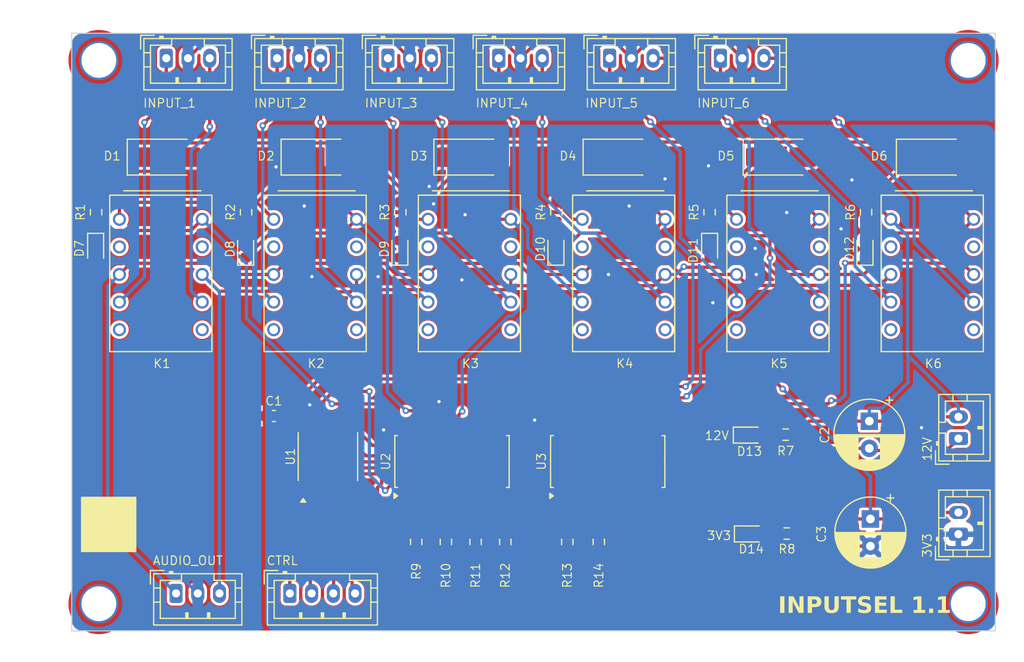
<source format=kicad_pcb>
(kicad_pcb (version 20241229) (generator "pcbnew") (generator_version "9.0")
  (layers (0 "F.Cu" mixed) (2 "B.Cu" mixed) (13 "F.Paste" user) (15 "B.Paste" user) (5 "F.SilkS" user "F.Silkscreen") (7 "B.SilkS" user "B.Silkscreen") (1 "F.Mask" user) (3 "B.Mask" user) (25 "Edge.Cuts" user))
  (net 0 "")
  (net 1 "AGND")
  (net 2 "RCA1_L")
  (net 3 "RCA1_R")
  (net 4 "RCA2_L")
  (net 5 "RCA2_R")
  (net 6 "RCA3_L")
  (net 7 "RCA4_L")
  (net 8 "RCA4_R")
  (net 9 "RCA3_R")
  (net 12 "12V")
  (net 14 "CTRL2")
  (net 15 "CTRL1")
  (net 16 "OUT_R")
  (net 17 "OUT_L")
  (net 19 "CTRL3")
  (net 20 "EN")
  (net 24 "Net-(D1-A)")
  (net 26 "GND")
  (net 27 "RELAY_GND")
  (net 28 "Net-(D2-A)")
  (net 29 "3V3")
  (net 30 "Net-(D7-A)")
  (net 31 "Net-(D10-K)")
  (net 32 "Net-(D8-A)")
  (net 33 "Net-(D9-A)")
  (net 34 "Net-(D10-A)")
  (net 35 "RELAY2")
  (net 36 "RELAY3")
  (net 37 "RELAY1")
  (net 38 "RELAY4")
  (net 39 "Net-(D11-A)")
  (net 40 "Net-(D12-A)")
  (net 43 "RCA5_L")
  (net 44 "RCA5_R")
  (net 45 "Net-(R12-Pad1)")
  (net 46 "RELAY5")
  (net 47 "Net-(D13-A)")
  (net 48 "Net-(D14-A)")
  (net 49 "RCA6_R")
  (net 52 "RCA6_L")
  (net 53 "Net-(R14-Pad1)")
  (net 54 "RELAY6")
  (net 55 "Net-(D11-K)")
  (net 56 "Net-(D12-K)")
  (net 57 "Net-(R9-Pad1)")
  (net 58 "Net-(R10-Pad1)")
  (net 59 "Net-(R11-Pad1)")
  (net 60 "Net-(R13-Pad1)")
  (net 63 "Net-(D3-A)")
  (footprint "Resistor_SMD:R_0603_1608Metric_Pad0.98x0.95mm_HandSolder" (layer "F.Cu") (at 118.1364 107.9775 -90)
    (property "Reference" "R9")
    (property "Value" "820R")
  )
  (footprint "Resistor_SMD:R_0603_1608Metric_Pad0.98x0.95mm_HandSolder" (layer "F.Cu") (at 123.6031 107.9775 -90)
    (property "Reference" "R11")
    (property "Value" "820R")
  )
  (footprint "LED_SMD:LED_0603_1608Metric" (layer "F.Cu") (at 148.9064 107.245)
    (property "Reference" "D14")
    (property "Value" "BLUE")
  )
  (footprint "MountingHole:MountingHole_3.2mm_M3_DIN965_Pad_TopOnly" (layer "F.Cu") (at 168.9364 113.665)
    (property "Reference" "H4" (hide yes))
    (property "Value" "MountingHole")
  )
  (footprint "Resistor_SMD:R_0603_1608Metric_Pad0.98x0.95mm_HandSolder" (layer "F.Cu") (at 134.9414 107.9775 90)
    (property "Reference" "R14")
    (property "Value" "820R")
  )
  (footprint "Resistor_SMD:R_0603_1608Metric_Pad0.98x0.95mm_HandSolder" (layer "F.Cu") (at 145.1364 77.635 90)
    (property "Reference" "R5")
    (property "Value" "4.7K")
  )
  (footprint "Package_SO:SOP-16_4.55x10.3mm_P1.27mm" (layer "F.Cu") (at 121.4314 100.5775 90)
    (property "Reference" "U2")
    (property "Value" "TCMT4600")
  )
  (footprint "LED_SMD:LED_0603_1608Metric" (layer "F.Cu") (at 116.6364 81.025 90)
    (property "Reference" "D9")
    (property "Value" "RED")
  )
  (footprint "Custom:KEMET EA2" (layer "F.Cu") (at 151.4284 83.365 -90)
    (property "Reference" "K5")
    (property "Value" "EC2-5NU")
  )
  (footprint "Diode_SMD:D_SMA" (layer "F.Cu") (at 123.2764 72.565)
    (property "Reference" "D3")
    (property "Value" "D")
  )
  (footprint "Diode_SMD:D_SMA" (layer "F.Cu") (at 95.0564 72.565)
    (property "Reference" "D1")
    (property "Value" "D")
  )
  (footprint "Connector_JST:JST_PH_B3B-PH-K_1x03_P2.00mm_Vertical" (layer "F.Cu") (at 115.5364 63.465)
    (property "Reference" "J3" (hide yes))
    (property "Value" "Conn_01x03_Pin")
  )
  (footprint "LED_SMD:LED_0603_1608Metric" (layer "F.Cu") (at 88.6364 81.065 -90)
    (property "Reference" "D7")
    (property "Value" "RED")
  )
  (footprint "Diode_SMD:D_SMA" (layer "F.Cu") (at 109.2164 72.565)
    (property "Reference" "D2")
    (property "Value" "D")
  )
  (footprint "Resistor_SMD:R_0603_1608Metric_Pad0.98x0.95mm_HandSolder" (layer "F.Cu") (at 120.8697 107.9775 -90)
    (property "Reference" "R10")
    (property "Value" "820R")
  )
  (footprint "Resistor_SMD:R_0603_1608Metric_Pad0.98x0.95mm_HandSolder" (layer "F.Cu") (at 88.6764 77.635 90)
    (property "Reference" "R1")
    (property "Value" "4.7K")
  )
  (footprint "LED_SMD:LED_0603_1608Metric" (layer "F.Cu") (at 130.9964 81.025 90)
    (property "Reference" "D10")
    (property "Value" "RED")
  )
  (footprint "MountingHole:MountingHole_3.2mm_M3_DIN965_Pad_TopOnly" (layer "F.Cu") (at 88.9364 63.665)
    (property "Reference" "H1" (hide yes))
    (property "Value" "MountingHole")
  )
  (footprint "Capacitor_SMD:C_0603_1608Metric" (layer "F.Cu") (at 105.0364 96.39 180)
    (property "Reference" "C1")
    (property "Value" "0.1u")
  )
  (footprint "Capacitor_THT:CP_Radial_D6.3mm_P2.50mm" (layer "F.Cu") (at 159.9364 105.865 -90)
    (property "Reference" "C3")
    (property "Value" "470u")
  )
  (footprint "Connector_JST:JST_PH_B3B-PH-K_1x03_P2.00mm_Vertical" (layer "F.Cu") (at 146.1364 63.465)
    (property "Reference" "J6" (hide yes))
    (property "Value" "Conn_01x03_Pin")
  )
  (footprint "Resistor_SMD:R_0603_1608Metric_Pad0.98x0.95mm_HandSolder" (layer "F.Cu") (at 159.5364 77.635 90)
    (property "Reference" "R6")
    (property "Value" "4.7K")
  )
  (footprint "LED_SMD:LED_0603_1608Metric" (layer "F.Cu") (at 159.4364 81.025 90)
    (property "Reference" "D12")
    (property "Value" "RED")
  )
  (footprint "Connector_JST:JST_PH_B3B-PH-K_1x03_P2.00mm_Vertical" (layer "F.Cu") (at 105.3364 63.465)
    (property "Reference" "J2" (hide yes))
    (property "Value" "Conn_01x03_Pin")
  )
  (footprint "Connector_JST:JST_PH_B3B-PH-K_1x03_P2.00mm_Vertical" (layer "F.Cu") (at 95.1364 63.465)
    (property "Reference" "J1" (hide yes))
    (property "Value" "Conn_01x03_Pin")
  )
  (footprint "Custom:KEMET EA2" (layer "F.Cu") (at 165.6264 83.365 -90)
    (property "Reference" "K6")
    (property "Value" "EC2-5NU")
  )
  (footprint "Diode_SMD:D_SMA" (layer "F.Cu") (at 151.7364 72.565)
    (property "Reference" "D5")
    (property "Value" "D")
  )
  (footprint "Diode_SMD:D_SMA" (layer "F.Cu") (at 137.0064 72.565)
    (property "Reference" "D4")
    (property "Value" "D")
  )
  (footprint "Connector_JST:JST_PH_B3B-PH-K_1x03_P2.00mm_Vertical" (layer "F.Cu") (at 96.0364 112.715)
    (property "Reference" "J9" (hide yes))
    (property "Value" "Conn_01x03_Pin")
  )
  (footprint "Custom:KEMET EA2" (layer "F.Cu") (at 94.6364 83.365 -90)
    (property "Reference" "K1")
    (property "Value" "EC2-5NU")
  )
  (footprint "Resistor_SMD:R_0603_1608Metric_Pad0.98x0.95mm_HandSolder" (layer "F.Cu") (at 152.2364 107.205)
    (property "Reference" "R8")
    (property "Value" "150R")
  )
  (footprint "Resistor_SMD:R_0603_1608Metric_Pad0.98x0.95mm_HandSolder" (layer "F.Cu") (at 116.6764 77.635 90)
    (property "Reference" "R3")
    (property "Value" "4.7K")
  )
  (footprint "LED_SMD:LED_0603_1608Metric" (layer "F.Cu") (at 102.4397 81.025 90)
    (property "Reference" "D8")
    (property "Value" "RED")
  )
  (footprint "Package_SO:TSSOP-16_4.4x5mm_P0.65mm" (layer "F.Cu") (at 110.0114 100.1275 90)
    (property "Reference" "U1")
    (property "Value" "CD74AC238")
  )
  (footprint "LED_SMD:LED_0603_1608Metric" (layer "F.Cu") (at 145.1364 81.065 -90)
    (property "Reference" "D11")
    (property "Value" "RED")
  )
  (footprint "Package_SO:SOP-16_4.55x10.3mm_P1.27mm" (layer "F.Cu") (at 135.7614 100.5775 90)
    (property "Reference" "U3")
    (property "Value" "TCMT4600")
  )
  (footprint "Connector_JST:JST_PH_B3B-PH-K_1x03_P2.00mm_Vertical" (layer "F.Cu") (at 135.9364 63.465)
    (property "Reference" "J5" (hide yes))
    (property "Value" "Conn_01x03_Pin")
  )
  (footprint "Resistor_SMD:R_0603_1608Metric_Pad0.98x0.95mm_HandSolder" (layer "F.Cu") (at 126.3364 107.9775 -90)
    (property "Reference" "R12")
    (property "Value" "820R")
  )
  (footprint "Diode_SMD:D_SMA" (layer "F.Cu") (at 165.8364 72.565)
    (property "Reference" "D6")
    (property "Value" "D")
  )
  (footprint "Resistor_SMD:R_0603_1608Metric_Pad0.98x0.95mm_HandSolder" (layer "F.Cu") (at 131.0364 77.635 90)
    (property "Reference" "R4")
    (property "Value" "4.7K")
  )
  (footprint "Connector_JST:JST_PH_B2B-PH-K_1x02_P2.00mm_Vertical" (layer "F.Cu") (at 168.0364 107.265 90)
    (property "Reference" "J8" (hide yes))
    (property "Value" "Conn_01x02_Pin")
  )
  (footprint "Custom:KEMET EA2" (layer "F.Cu") (at 137.2304 83.365 -90)
    (property "Reference" "K4")
    (property "Value" "EC2-5NU")
  )
  (footprint "Resistor_SMD:R_0603_1608Metric_Pad0.98x0.95mm_HandSolder" (layer "F.Cu") (at 152.1364 98.105)
    (property "Reference" "R7")
    (property "Value" "75R")
  )
  (footprint "MountingHole:MountingHole_3.2mm_M3_DIN965_Pad_TopOnly" (layer "F.Cu") (at 88.9364 113.665)
    (property "Reference" "H3" (hide yes))
    (property "Value" "MountingHole")
  )
  (footprint "Connector_JST:JST_PH_B4B-PH-K_1x04_P2.00mm_Vertical" (layer "F.Cu") (at 106.5114 112.715)
    (property "Reference" "J10" (hide yes))
    (property "Value" "Conn_01x04_Pin")
  )
  (footprint "MountingHole:MountingHole_3.2mm_M3_DIN965_Pad_TopOnly" (layer "F.Cu") (at 168.9364 63.665)
    (property "Reference" "H2" (hide yes))
    (property "Value" "MountingHole")
  )
  (footprint "Resistor_SMD:R_0603_1608Metric_Pad0.98x0.95mm_HandSolder" (layer "F.Cu") (at 102.4797 77.635 90)
    (property "Reference" "R2")
    (property "Value" "4.7K")
  )
  (footprint "Resistor_SMD:R_0603_1608Metric_Pad0.98x0.95mm_HandSolder" (layer "F.Cu") (at 132.0414 107.9775 90)
    (property "Reference" "R13")
    (property "Value" "820R")
  )
  (footprint "Custom:KEMET EA2" (layer "F.Cu") (at 123.0324 83.365 -90)
    (property "Reference" "K3")
    (property "Value" "EC2-5NU")
  )
  (footprint "LED_SMD:LED_0603_1608Metric" (layer "F.Cu") (at 148.8064 98.145)
    (property "Reference" "D13")
    (property "Value" "RED")
  )
  (footprint "Connector_JST:JST_PH_B2B-PH-K_1x02_P2.00mm_Vertical" (layer "F.Cu") (at 168.0364 98.465 90)
    (property "Reference" "J7" (hide yes))
    (property "Value" "Conn_01x02_Pin")
  )
  (footprint "Capacitor_THT:CP_Radial_D6.3mm_P2.50mm" (layer "F.Cu") (at 159.8364 96.865 -90)
    (property "Reference" "C2")
    (property "Value" "470u")
  )
  (footprint "Custom:KEMET EA2" (layer "F.Cu") (at 108.8344 83.365 -90)
    (property "Reference" "K2")
    (property "Value" "EC2-5NU")
  )
  (footprint "Connector_JST:JST_PH_B3B-PH-K_1x03_P2.00mm_Vertical" (layer "F.Cu") (at 125.7364 63.465)
    (property "Reference" "J4" (hide yes))
    (property "Value" "Conn_01x03_Pin")
  )
  (gr_rect (start 87.3364 103.865) (end 92.3364 108.865) (stroke (width 0.1)) (fill yes) (layer "F.SilkS"))
  (gr_line (start 171.4364 61.165) (end 171.4364 116.165) (stroke (width 0.1)) (layer "Edge.Cuts"))
  (gr_line (start 86.4364 61.165) (end 86.4364 116.165) (stroke (width 0.1)) (layer "Edge.Cuts"))
  (gr_line (start 171.4364 116.165) (end 86.4364 116.165) (stroke (width 0.1)) (layer "Edge.Cuts"))
  (gr_line (start 86.4364 61.165) (end 171.4364 61.165) (stroke (width 0.1)) (layer "Edge.Cuts"))
  (gr_text "AUDIO_OUT" (at 93.8364 110.165 0) (layer "F.SilkS") (effects (font (size 0.8 0.8) (thickness 0.1)) (justify left bottom)))
  (gr_text "CTRL" (at 104.3114 110.165 0) (layer "F.SilkS") (effects (font (size 0.8 0.8) (thickness 0.1)) (justify left bottom)))
  (gr_text "12V" (at 144.6364 98.665 0) (layer "F.SilkS") (effects (font (size 0.8 0.8) (thickness 0.1)) (justify left bottom)))
  (gr_text "3V3" (at 165.6364 109.465 90) (layer "F.SilkS") (effects (font (size 0.8 0.8) (thickness 0.1)) (justify left bottom)))
  (gr_text "INPUT_4" (at 123.54308 68.065 0) (layer "F.SilkS") (effects (font (size 0.8 0.8) (thickness 0.1)) (justify left bottom)))
  (gr_text "INPUT_6\n" (at 143.9364 68.065 0) (layer "F.SilkS") (effects (font (size 0.8 0.8) (thickness 0.1)) (justify left bottom)))
  (gr_text "INPUT_3" (at 113.34642 68.065 0) (layer "F.SilkS") (effects (font (size 0.8 0.8) (thickness 0.1)) (justify left bottom)))
  (gr_text "INPUT_5" (at 133.6364 68.065 0) (layer "F.SilkS") (effects (font (size 0.8 0.8) (thickness 0.1)) (justify left bottom)))
  (gr_text "INPUTSEL 1.1" (at 151.4364 114.765 0) (layer "F.SilkS") (effects (font (size 1.5 1.5) (thickness 0.1) (bold yes)) (justify left bottom)))
  (gr_text "INPUT_2" (at 103.14976 68.065 0) (layer "F.SilkS") (effects (font (size 0.8 0.8) (thickness 0.1)) (justify left bottom)))
  (gr_text "INPUT_1" (at 92.9531 68.065 0) (layer "F.SilkS") (effects (font (size 0.8 0.8) (thickness 0.1)) (justify left bottom)))
  (gr_text "12V" (at 165.6364 100.605 90) (layer "F.SilkS") (effects (font (size 0.8 0.8) (thickness 0.1)) (justify left bottom)))
  (gr_text "3V3" (at 144.8364 107.865 0) (layer "F.SilkS") (effects (font (size 0.8 0.8) (thickness 0.1)) (justify left bottom)))
  (segment (start 116.258 62.1868) (end 117.536 63.465) (width 0.3) (layer "F.Cu") (net 1))
  (segment (start 129.014 62.1873) (end 127.736 63.465) (width 0.3) (layer "F.Cu") (net 1))
  (segment (start 137.936 63.465) (end 136.659 62.1873) (width 0.3) (layer "F.Cu") (net 1))
  (segment (start 139.276 62.1253) (end 137.936 63.465) (width 0.3) (layer "F.Cu") (net 1))
  (segment (start 126.458 62.1868) (end 116.258 62.1868) (width 0.3) (layer "F.Cu") (net 1))
  (segment (start 107.336 62.1868) (end 107.336 63.465) (width 0.3) (layer "F.Cu") (net 1))
  (segment (start 127.736 63.465) (end 126.458 62.1868) (width 0.3) (layer "F.Cu") (net 1))
  (segment (start 146.797 62.1253) (end 139.276 62.1253) (width 0.3) (layer "F.Cu") (net 1))
  (segment (start 136.659 62.1873) (end 129.014 62.1873) (width 0.3) (layer "F.Cu") (net 1))
  (segment (start 148.136 63.465) (end 146.797 62.1253) (width 0.3) (layer "F.Cu") (net 1))
  (segment (start 107.336 62.1868) (end 116.258 62.1868) (width 0.3) (layer "F.Cu") (net 1))
  (segment (start 97.1364 63.465) (end 98.4146 62.1868) (width 0.3) (layer "F.Cu") (net 1))
  (segment (start 98.4146 62.1868) (end 107.336 62.1868) (width 0.3) (layer "F.Cu") (net 1))
  (segment (start 98.0364 112.715) (end 96.8243 111.503) (width 0.3) (layer "B.Cu") (net 1))
  (segment (start 93.1364 69.365) (end 95.1364 67.365) (width 0.3) (layer "F.Cu") (net 2))
  (segment (start 95.1364 67.365) (end 95.1364 63.465) (width 0.3) (layer "F.Cu") (net 2))
  (via (at 93.1364 69.365) (size 0.6) (drill 0.3) (layers "F.Cu" "B.Cu") (net 2))
  (segment (start 90.8264 85.905) (end 93.1364 83.595) (width 0.3) (layer "B.Cu") (net 2))
  (segment (start 93.1364 83.595) (end 93.1364 69.365) (width 0.3) (layer "B.Cu") (net 2))
  (segment (start 99.1364 69.765) (end 99.1364 63.465) (width 0.3) (layer "F.Cu") (net 3))
  (via (at 99.1364 69.765) (size 0.6) (drill 0.3) (layers "F.Cu" "B.Cu") (net 3))
  (segment (start 97.4278 84.8864) (end 97.4278 71.9736) (width 0.3) (layer "B.Cu") (net 3))
  (segment (start 98.4464 85.905) (end 97.4278 84.8864) (width 0.3) (layer "B.Cu") (net 3))
  (segment (start 97.4278 71.9736) (end 99.1364 70.265) (width 0.3) (layer "B.Cu") (net 3))
  (segment (start 99.1364 70.265) (end 99.1364 69.765) (width 0.3) (layer "B.Cu") (net 3))
  (segment (start 105.336 65.9039) (end 105.336 63.465) (width 0.3) (layer "F.Cu") (net 4))
  (segment (start 104.014 69.665) (end 105.336 68.3428) (width 0.3) (layer "F.Cu") (net 4))
  (segment (start 105.3364 65.9035) (end 105.3364 63.465) (width 0.3) (layer "F.Cu") (net 4))
  (segment (start 105.336 65.9039) (end 105.3364 65.9035) (width 0.3) (layer "F.Cu") (net 4))
  (segment (start 105.336 68.3428) (end 105.336 65.9039) (width 0.3) (layer "F.Cu") (net 4))
  (via (at 104.014 69.665) (size 0.6) (drill 0.3) (layers "F.Cu" "B.Cu") (net 4))
  (segment (start 104.519 85.3999) (end 104.5193 85.3999) (width 0.3) (layer "B.Cu") (net 4))
  (segment (start 105.024 85.905) (end 104.519 85.3999) (width 0.3) (layer "B.Cu") (net 4))
  (segment (start 104.5193 85.3999) (end 105.0244 85.905) (width 0.3) (layer "B.Cu") (net 4))
  (segment (start 104.519 85.3999) (end 104.014 84.8948) (width 0.3) (layer "B.Cu") (net 4))
  (segment (start 104.014 84.8948) (end 104.014 69.665) (width 0.3) (layer "B.Cu") (net 4))
  (segment (start 109.336 66.415) (end 109.3364 66.4146) (width 0.3) (layer "F.Cu") (net 5))
  (segment (start 109.336 66.415) (end 109.336 63.465) (width 0.3) (layer "F.Cu") (net 5))
  (segment (start 109.336 69.365) (end 109.336 66.415) (width 0.3) (layer "F.Cu") (net 5))
  (segment (start 109.3364 66.4146) (end 109.3364 63.465) (width 0.3) (layer "F.Cu") (net 5))
  (via (at 109.336 69.365) (size 0.6) (drill 0.3) (layers "F.Cu" "B.Cu") (net 5))
  (segment (start 111.7369 84.9975) (end 112.6444 85.905) (width 0.3) (layer "B.Cu") (net 5))
  (segment (start 109.336 82.597) (end 109.336 69.365) (width 0.3) (layer "B.Cu") (net 5))
  (segment (start 111.7365 84.9975) (end 111.7369 84.9975) (width 0.3) (layer "B.Cu") (net 5))
  (segment (start 112.644 85.905) (end 111.7365 84.9975) (width 0.3) (layer "B.Cu") (net 5))
  (segment (start 111.7365 84.9975) (end 109.336 82.597) (width 0.3) (layer "B.Cu") (net 5))
  (segment (start 115.536 68.965) (end 115.536 66.215) (width 0.3) (layer "F.Cu") (net 6))
  (segment (start 115.536 66.215) (end 115.536 63.465) (width 0.3) (layer "F.Cu") (net 6))
  (segment (start 116.036 69.465) (end 115.536 68.965) (width 0.3) (layer "F.Cu") (net 6))
  (segment (start 115.536 66.215) (end 115.5364 66.2146) (width 0.3) (layer "F.Cu") (net 6))
  (segment (start 115.5364 66.2146) (end 115.5364 63.465) (width 0.3) (layer "F.Cu") (net 6))
  (via (at 116.036 69.465) (size 0.6) (drill 0.3) (layers "F.Cu" "B.Cu") (net 6))
  (segment (start 119.222 85.905) (end 118.3145 84.9975) (width 0.3) (layer "B.Cu") (net 6))
  (segment (start 118.3145 84.9975) (end 118.3149 84.9975) (width 0.3) (layer "B.Cu") (net 6))
  (segment (start 118.3145 84.9975) (end 116.036 82.719) (width 0.3) (layer "B.Cu") (net 6))
  (segment (start 118.3149 84.9975) (end 119.2224 85.905) (width 0.3) (layer "B.Cu") (net 6))
  (segment (start 116.036 82.719) (end 116.036 69.465) (width 0.3) (layer "B.Cu") (net 6))
  (segment (start 125.736 65.715) (end 125.7364 65.7146) (width 0.3) (layer "F.Cu") (net 7))
  (segment (start 125.736 65.715) (end 125.736 63.465) (width 0.3) (layer "F.Cu") (net 7))
  (segment (start 127.136 69.365) (end 125.736 67.965) (width 0.3) (layer "F.Cu") (net 7))
  (segment (start 125.736 67.965) (end 125.736 65.715) (width 0.3) (layer "F.Cu") (net 7))
  (segment (start 125.7364 65.7146) (end 125.7364 63.465) (width 0.3) (layer "F.Cu") (net 7))
  (via (at 127.136 69.365) (size 0.6) (drill 0.3) (layers "F.Cu" "B.Cu") (net 7))
  (segment (start 127.136 69.365) (end 127.136 77.285) (width 0.3) (layer "B.Cu") (net 7))
  (segment (start 128.405 79.0699) (end 128.405 80.8897) (width 0.3) (layer "B.Cu") (net 7))
  (segment (start 127.136 77.285) (end 127.257 77.285) (width 0.3) (layer "B.Cu") (net 7))
  (segment (start 127.842 78.5072) (end 128.405 79.0699) (width 0.3) (layer "B.Cu") (net 7))
  (segment (start 128.405 80.8897) (end 133.42 85.905) (width 0.3) (layer "B.Cu") (net 7))
  (segment (start 127.842 77.8708) (end 127.842 78.5072) (width 0.3) (layer "B.Cu") (net 7))
  (segment (start 127.257 77.285) (end 127.842 77.8708) (width 0.3) (layer "B.Cu") (net 7))
  (segment (start 129.736 66.4142) (end 129.736 63.465) (width 0.3) (layer "F.Cu") (net 8))
  (segment (start 129.738 69.365) (end 129.736 69.3635) (width 0.3) (layer "F.Cu") (net 8))
  (segment (start 129.736 66.4142) (end 129.7364 66.4138) (width 0.3) (layer "F.Cu") (net 8))
  (segment (start 129.7364 66.4138) (end 129.7364 63.465) (width 0.3) (layer "F.Cu") (net 8))
  (segment (start 129.736 69.3635) (end 129.736 66.4142) (width 0.3) (layer "F.Cu") (net 8))
  (via (at 129.738 69.365) (size 0.6) (drill 0.3) (layers "F.Cu" "B.Cu") (net 8))
  (segment (start 133.224 79.555) (end 129.738 76.0694) (width 0.3) (layer "B.Cu") (net 8))
  (segment (start 140.1325 84.9975) (end 140.1329 84.9975) (width 0.3) (layer "B.Cu") (net 8))
  (segment (start 134.69 79.555) (end 133.224 79.555) (width 0.3) (layer "B.Cu") (net 8))
  (segment (start 140.1329 84.9975) (end 141.0404 85.905) (width 0.3) (layer "B.Cu") (net 8))
  (segment (start 140.1325 84.9975) (end 134.69 79.555) (width 0.3) (layer "B.Cu") (net 8))
  (segment (start 129.738 76.0694) (end 129.738 69.365) (width 0.3) (layer "B.Cu") (net 8))
  (segment (start 141.04 85.905) (end 140.1325 84.9975) (width 0.3) (layer "B.Cu") (net 8))
  (segment (start 120.538 69.365) (end 119.536 68.3633) (width 0.3) (layer "F.Cu") (net 9))
  (segment (start 119.536 65.9141) (end 119.5364 65.9137) (width 0.3) (layer "F.Cu") (net 9))
  (segment (start 119.536 68.3633) (end 119.536 65.9141) (width 0.3) (layer "F.Cu") (net 9))
  (segment (start 119.5364 65.9137) (end 119.5364 63.465) (width 0.3) (layer "F.Cu") (net 9))
  (segment (start 119.536 65.9141) (end 119.536 63.465) (width 0.3) (layer "F.Cu") (net 9))
  (via (at 120.538 69.365) (size 0.6) (drill 0.3) (layers "F.Cu" "B.Cu") (net 9))
  (segment (start 125.9345 84.9975) (end 120.538 79.6007) (width 0.3) (layer "B.Cu") (net 9))
  (segment (start 125.9349 84.9975) (end 126.8424 85.905) (width 0.3) (layer "B.Cu") (net 9))
  (segment (start 120.538 79.6007) (end 120.538 69.365) (width 0.3) (layer "B.Cu") (net 9))
  (segment (start 126.842 85.905) (end 125.9345 84.9975) (width 0.3) (layer "B.Cu") (net 9))
  (segment (start 125.9345 84.9975) (end 125.9349 84.9975) (width 0.3) (layer "B.Cu") (net 9))
  (segment (start 121.276 72.565) (end 122.1993 71.6421) (width 0.3) (layer "F.Cu") (net 12))
  (segment (start 146.5734 77.24) (end 146.5733 77.24) (width 0.3) (layer "F.Cu") (net 12))
  (segment (start 135.006 71.8728) (end 135.0064 71.8732) (width 0.3) (layer "F.Cu") (net 12))
  (segment (start 121.2764 74.4012) (end 119.6047 76.0729) (width 0.3) (layer "F.Cu") (net 12))
  (segment (start 135.006 71.8728) (end 135.006 72.565) (width 0.3) (layer "F.Cu") (net 12))
  (segment (start 168.036 96.465) (end 161.438 96.465) (width 0.3) (layer "F.Cu") (net 12))
  (segment (start 159.836 96.865) (end 154.289 96.865) (width 0.3) (layer "F.Cu") (net 12))
  (segment (start 161.8164 78.285) (end 161.1903 77.6589) (width 0.3) (layer "F.Cu") (net 12))
  (segment (start 117.326 76.0729) (end 112.515 71.2623) (width 0.3) (layer "F.Cu") (net 12))
  (segment (start 94.3632 71.2582) (end 93.0564 72.565) (width 0.3) (layer "F.Cu") (net 12))
  (segment (start 146.056 76.2455) (end 146.056 76.7225) (width 0.3) (layer "F.Cu") (net 12))
  (segment (start 154.289 96.865) (end 153.669 97.485) (width 0.3) (layer "F.Cu") (net 12))
  (segment (start 135.006 71.1806) (end 149.736 71.1806) (width 0.3) (layer "F.Cu") (net 12))
  (segment (start 163.144 71.8728) (end 163.1442 71.8728) (width 0.3) (layer "F.Cu") (net 12))
  (segment (start 105.024 78.285) (end 104.0241 77.2848) (width 0.3) (layer "F.Cu") (net 12))
  (segment (start 162.452 71.1806) (end 163.144 71.8728) (width 0.3) (layer "F.Cu") (net 12))
  (segment (start 116.6764 76.7225) (end 116.6762 76.7223) (width 0.3) (layer "F.Cu") (net 12))
  (segment (start 168.036 96.465) (end 168.0364 96.465) (width 0.3) (layer "F.Cu") (net 12))
  (segment (start 107.216 72.968) (end 106.0403 74.1439) (width 0.3) (layer "F.Cu") (net 12))
  (segment (start 159.5364 76.7225) (end 159.536 76.7225) (width 0.3) (layer "F.Cu") (net 12))
  (segment (start 160.432 96.865) (end 159.8364 96.865) (width 0.3) (layer "F.Cu") (net 12))
  (segment (start 153.6689 97.485) (end 153.0489 98.105) (width 0.3) (layer "F.Cu") (net 12))
  (segment (start 147.618 78.285) (end 146.5733 77.24) (width 0.3) (layer "F.Cu") (net 12))
  (segment (start 102.4797 76.7225) (end 90.8264 76.7225) (width 0.3) (layer "F.Cu") (net 12))
  (segment (start 106.563 71.9116) (end 107.2164 72.565) (width 0.3) (layer "F.Cu") (net 12))
  (segment (start 163.836 72.565) (end 160.254 76.1475) (width 0.3) (layer "F.Cu") (net 12))
  (segment (start 135.006 72.565) (end 131.0364 76.5346) (width 0.3) (layer "F.Cu") (net 12))
  (segment (start 104.0242 77.2848) (end 104.0241 77.2848) (width 0.3) (layer "F.Cu") (net 12))
  (segment (start 121.2764 72.565) (end 122.1993 71.6421) (width 0.3) (layer "F.Cu") (net 12))
  (segment (start 147.6184 78.285) (end 146.5734 77.24) (width 0.3) (layer "F.Cu") (net 12))
  (segment (start 116.676 76.7225) (end 118.239 78.285) (width 0.3) (layer "F.Cu") (net 12))
  (segment (start 149.7364 71.2642) (end 149.736 71.2638) (width 0.3) (layer "F.Cu") (net 12))
  (segment (start 120.834 72.565) (end 117.326 76.0729) (width 0.3) (layer "F.Cu") (net 12))
  (segment (start 161.438 96.465) (end 161.038 96.865) (width 0.3) (layer "F.Cu") (net 12))
  (segment (start 90.8264 76.7225) (end 88.6764 76.7225) (width 0.3) (layer "F.Cu") (net 12))
  (segment (start 161.038 96.865) (end 160.432 96.865) (width 0.3) (layer "F.Cu") (net 12))
  (segment (start 149.7364 72.565) (end 149.7364 71.2642) (width 0.3) (layer "F.Cu") (net 12))
  (segment (start 122.661 71.1806) (end 135.006 71.1806) (width 0.3) (layer "F.Cu") (net 12))
  (segment (start 145.1364 76.7225) (end 145.136 76.7225) (width 0.3) (layer "F.Cu") (net 12))
  (segment (start 131.642 77.3283) (end 132.599 78.285) (width 0.3) (layer "F.Cu") (net 12))
  (segment (start 90.8264 76.7225) (end 90.8264 78.285) (width 0.3) (layer "F.Cu") (net 12))
  (segment (start 118.239 78.285) (end 119.222 78.285) (width 0.3) (layer "F.Cu") (net 12))
  (segment (start 119.6047 76.0729) (end 117.326 76.0729) (width 0.3) (layer "F.Cu") (net 12))
  (segment (start 131.036 76.7225) (end 131.642 77.3283) (width 0.3) (layer "F.Cu") (net 12))
  (segment (start 131.0364 76.5346) (end 131.0364 76.7225) (width 0.3) (layer "F.Cu") (net 12))
  (segment (start 153.669 97.485) (end 153.049 98.105) (width 0.3) (layer "F.Cu") (net 12))
  (segment (start 132.599 78.285) (end 133.42 78.285) (width 0.3) (layer "F.Cu") (net 12))
  (segment (start 163.1442 71.8728) (end 163.8364 72.565) (width 0.3) (layer "F.Cu") (net 12))
  (segment (start 161.035 77.5037) (end 160.254 76.7225) (width 0.3) (layer "F.Cu") (net 12))
  (segment (start 146.5733 77.24) (end 146.056 76.7225) (width 0.3) (layer "F.Cu") (net 12))
  (segment (start 117.326 76.0729) (end 116.6762 76.7223) (width 0.3) (layer "F.Cu") (net 12))
  (segment (start 149.736 71.2638) (end 149.736 72.565) (width 0.3) (layer "F.Cu") (net 12))
  (segment (start 104.0241 77.2848) (end 103.462 76.7225) (width 0.3) (layer "F.Cu") (net 12))
  (segment (start 105.91 71.2582) (end 94.3632 71.2582) (width 0.3) (layer "F.Cu") (net 12))
  (segment (start 131.642 77.3281) (end 131.642 77.3283) (width 0.3) (layer "F.Cu") (net 12))
  (segment (start 131.0364 76.7225) (end 131.642 77.3281) (width 0.3) (layer "F.Cu") (net 12))
  (segment (start 133.42 78.285) (end 133.4204 78.285) (width 0.3) (layer "F.Cu") (net 12))
  (segment (start 107.2164 72.565) (end 107.2164 72.9678) (width 0.3) (layer "F.Cu") (net 12))
  (segment (start 119.222 78.285) (end 119.2224 78.285) (width 0.3) (layer "F.Cu") (net 12))
  (segment (start 116.6762 76.7223) (end 116.676 76.7225) (width 0.3) (layer "F.Cu") (net 12))
  (segment (start 107.2164 72.9678) (end 106.0403 74.1439) (width 0.3) (layer "F.Cu") (net 12))
  (segment (start 135.006 71.1806) (end 135.006 71.8728) (width 0.3) (layer "F.Cu") (net 12))
  (segment (start 161.816 78.285) (end 161.035 77.5037) (width 0.3) (layer "F.Cu") (net 12))
  (segment (start 163.144 71.8728) (end 163.836 72.565) (width 0.3) (layer "F.Cu") (net 12))
  (segment (start 160.254 76.1475) (end 160.254 76.7225) (width 0.3) (layer "F.Cu") (net 12))
  (segment (start 146.056 76.7225) (end 145.1364 76.7225) (width 0.3) (layer "F.Cu") (net 12))
  (segment (start 106.563 71.9116) (end 105.91 71.2582) (width 0.3) (layer "F.Cu") (net 12))
  (segment (start 122.1993 71.6421) (end 122.661 71.1806) (width 0.3) (layer "F.Cu") (net 12))
  (segment (start 131.0364 76.5346) (end 131.036 76.535) (width 0.3) (layer "F.Cu") (net 12))
  (segment (start 149.736 71.1806) (end 162.452 71.1806) (width 0.3) (layer "F.Cu") (net 12))
  (segment (start 153.669 97.485) (end 153.6689 97.485) (width 0.3) (layer "F.Cu") (net 12))
  (segment (start 108.519 71.2623) (end 107.216 72.565) (width 0.3) (layer "F.Cu") (net 12))
  (segment (start 105.0244 78.285) (end 104.0242 77.2848) (width 0.3) (layer "F.Cu") (net 12))
  (segment (start 121.2764 72.565) (end 121.2764 74.4012) (width 0.3) (layer "F.Cu") (net 12))
  (segment (start 161.1902 77.6589) (end 161.035 77.5037) (width 0.3) (layer "F.Cu") (net 12))
  (segment (start 107.216 72.565) (end 106.563 71.9116) (width 0.3) (layer "F.Cu") (net 12))
  (segment (start 112.515 71.2623) (end 108.519 71.2623) (width 0.3) (layer "F.Cu") (net 12))
  (segment (start 149.736 71.1806) (end 149.736 71.2638) (width 0.3) (layer "F.Cu") (net 12))
  (segment (start 159.836 96.865) (end 159.8364 96.865) (width 0.3) (layer "F.Cu") (net 12))
  (segment (start 160.254 76.7225) (end 159.5364 76.7225) (width 0.3) (layer "F.Cu") (net 12))
  (segment (start 149.736 72.565) (end 146.056 76.2455) (width 0.3) (layer "F.Cu") (net 12))
  (segment (start 161.1903 77.6589) (end 161.1902 77.6589) (width 0.3) (layer "F.Cu") (net 12))
  (segment (start 103.462 76.7225) (end 102.4797 76.7225) (width 0.3) (layer "F.Cu") (net 12))
  (segment (start 135.0064 71.8732) (end 135.0064 72.565) (width 0.3) (layer "F.Cu") (net 12))
  (segment (start 106.0403 74.1439) (end 103.462 76.7225) (width 0.3) (layer "F.Cu") (net 12))
  (segment (start 159.8364 96.865) (end 159.8364 95.6633) (width 0.3) (layer "B.Cu") (net 12))
  (segment (start 163.4058 90.8329) (end 163.356 90.7831) (width 0.3) (layer "B.Cu") (net 12))
  (segment (start 163.356 79.8248) (end 162.586 79.0549) (width 0.3) (layer "B.Cu") (net 12))
  (segment (start 163.356 90.7831) (end 163.356 79.8248) (width 0.3) (layer "B.Cu") (net 12))
  (segment (start 162.586 79.0549) (end 161.8164 78.2853) (width 0.3) (layer "B.Cu") (net 12))
  (segment (start 168.036 96.465) (end 168.036 95.4633) (width 0.3) (layer "B.Cu") (net 12))
  (segment (start 161.8164 78.2853) (end 161.8164 78.285) (width 0.3) (layer "B.Cu") (net 12))
  (segment (start 163.4058 93.2956) (end 163.4058 90.8329) (width 0.3) (layer "B.Cu") (net 12))
  (segment (start 159.8364 95.6633) (end 161.0381 95.6633) (width 0.3) (layer "B.Cu") (net 12))
  (segment (start 168.036 95.4633) (end 163.4058 90.8329) (width 0.3) (layer "B.Cu") (net 12))
  (segment (start 161.0381 95.6633) (end 163.4058 93.2956) (width 0.3) (layer "B.Cu") (net 12))
  (segment (start 162.586 79.0549) (end 161.816 78.285) (width 0.3) (layer "B.Cu") (net 12))
  (segment (start 108.3864 103.421) (end 108.3864 102.99) (width 0.3) (layer "F.Cu") (net 14))
  (segment (start 108.5114 112.715) (end 108.511 112.715) (width 0.3) (layer "F.Cu") (net 14))
  (segment (start 108.386 103.4214) (end 108.386 102.99) (width 0.3) (layer "F.Cu") (net 14))
  (segment (start 108.511 112.715) (end 108.386 112.59) (width 0.3) (layer "F.Cu") (net 14))
  (segment (start 108.386 103.4214) (end 108.3864 103.421) (width 0.3) (layer "F.Cu") (net 14))
  (segment (start 108.386 112.59) (end 108.386 103.4214) (width 0.3) (layer "F.Cu") (net 14))
  (segment (start 107.1235 103.6025) (end 107.1239 103.6025) (width 0.3) (layer "F.Cu") (net 15))
  (segment (start 106.511 108.465) (end 106.5114 108.4654) (width 0.3) (layer "F.Cu") (net 15))
  (segment (start 106.511 112.715) (end 106.511 108.465) (width 0.3) (layer "F.Cu") (net 15))
  (segment (start 106.511 104.215) (end 107.1235 103.6025) (width 0.3) (layer "F.Cu") (net 15))
  (segment (start 106.511 108.465) (end 106.511 104.215) (width 0.3) (layer "F.Cu") (net 15))
  (segment (start 107.1239 103.6025) (end 107.7364 102.99) (width 0.3) (layer "F.Cu") (net 15))
  (segment (start 106.5114 108.4654) (end 106.5114 112.715) (width 0.3) (layer "F.Cu") (net 15))
  (segment (start 107.1235 103.6025) (end 107.736 102.99) (width 0.3) (layer "F.Cu") (net 15))
  (segment (start 159.336 83.365) (end 160.374 82.3275) (width 0.3) (layer "F.Cu") (net 16))
  (segment (start 105.439 84.905) (end 99.9864 84.905) (width 0.3) (layer "F.Cu") (net 16))
  (segment (start 126.842 83.8809) (end 126.8424 83.8805) (width 0.3) (layer "F.Cu") (net 16))
  (segment (start 146.138 82.7015) (end 146.498 82.3417) (width 0.3) (layer "F.Cu") (net 16))
  (segment (start 126.842 84.3969) (end 140.008 84.3969) (width 0.3) (layer "F.Cu") (net 16))
  (segment (start 160.374 82.3275) (end 168.399 82.3275) (width 0.3) (layer "F.Cu") (net 16))
  (segment (start 112.644 84.3969) (end 112.076 84.965) (width 0.3) (layer "F.Cu") (net 16))
  (segment (start 151.211 83.365) (end 155.2384 83.365) (width 0.3) (layer "F.Cu") (net 16))
  (segment (start 140.008 84.3969) (end 140.5241 83.8809) (width 0.3) (layer "F.Cu") (net 16))
  (segment (start 126.8424 83.8805) (end 126.8424 83.365) (width 0.3) (layer "F.Cu") (net 16))
  (segment (start 140.5241 83.8809) (end 141.04 83.365) (width 0.3) (layer "F.Cu") (net 16))
  (segment (start 142.768 82.6467) (end 142.822 82.7015) (width 0.3) (layer "F.Cu") (net 16))
  (segment (start 155.2384 83.365) (end 159.336 83.365) (width 0.3) (layer "F.Cu") (net 16))
  (segment (start 126.842 83.8809) (end 126.842 84.3969) (width 0.3) (layer "F.Cu") (net 16))
  (segment (start 168.399 82.3275) (end 169.436 83.365) (width 0.3) (layer "F.Cu") (net 16))
  (segment (start 112.644 83.8809) (end 112.644 84.3969) (width 0.3) (layer "F.Cu") (net 16))
  (segment (start 99.9864 84.905) (end 98.4464 83.365) (width 0.3) (layer "F.Cu") (net 16))
  (segment (start 112.644 83.8809) (end 112.6444 83.8805) (width 0.3) (layer "F.Cu") (net 16))
  (segment (start 150.188 82.3417) (end 151.211 83.365) (width 0.3) (layer "F.Cu") (net 16))
  (segment (start 142.822 82.7015) (end 146.138 82.7015) (width 0.3) (layer "F.Cu") (net 16))
  (segment (start 126.474 84.765) (end 126.842 84.3969) (width 0.3) (layer "F.Cu") (net 16))
  (segment (start 112.644 83.365) (end 112.644 83.8809) (width 0.3) (layer "F.Cu") (net 16))
  (segment (start 105.499 84.965) (end 105.439 84.905) (width 0.3) (layer "F.Cu") (net 16))
  (segment (start 126.842 83.365) (end 126.842 83.8809) (width 0.3) (layer "F.Cu") (net 16))
  (segment (start 113.012 84.765) (end 126.474 84.765) (width 0.3) (layer "F.Cu") (net 16))
  (segment (start 112.644 84.3969) (end 113.012 84.765) (width 0.3) (layer "F.Cu") (net 16))
  (segment (start 140.5241 83.8809) (end 140.5245 83.8809) (width 0.3) (layer "F.Cu") (net 16))
  (segment (start 146.498 82.3417) (end 150.188 82.3417) (width 0.3) (layer "F.Cu") (net 16))
  (segment (start 140.5245 83.8809) (end 141.0404 83.365) (width 0.3) (layer "F.Cu") (net 16))
  (segment (start 112.076 84.965) (end 105.499 84.965) (width 0.3) (layer "F.Cu") (net 16))
  (segment (start 112.6444 83.8805) (end 112.6444 83.365) (width 0.3) (layer "F.Cu") (net 16))
  (via (at 142.768 82.6467) (size 0.6) (drill 0.3) (layers "F.Cu" "B.Cu") (net 16))
  (segment (start 142.049 83.365) (end 142.768 82.6467) (width 0.3) (layer "B.Cu") (net 16))
  (segment (start 141.0404 83.365) (end 142.049 83.365) (width 0.3) (layer "B.Cu") (net 16))
  (segment (start 141.04 83.365) (end 141.0404 83.365) (width 0.3) (layer "B.Cu") (net 16))
  (segment (start 100.036 112.715) (end 100.036 84.955) (width 0.3) (layer "B.Cu") (net 16))
  (segment (start 100.036 84.955) (end 98.4464 83.365) (width 0.3) (layer "B.Cu") (net 16))
  (segment (start 100.319 82.3331) (end 101.351 83.365) (width 0.3) (layer "F.Cu") (net 17))
  (segment (start 148.62 84.3667) (end 160.815 84.3667) (width 0.3) (layer "F.Cu") (net 17))
  (segment (start 161.3155 83.8658) (end 161.3156 83.8658) (width 0.3) (layer "F.Cu") (net 17))
  (segment (start 141.455 82.3633) (end 142.457 83.365) (width 0.3) (layer "F.Cu") (net 17))
  (segment (start 142.457 83.365) (end 146.7408 83.365) (width 0.3) (layer "F.Cu") (net 17))
  (segment (start 116.279 83.365) (end 118.2296 83.365) (width 0.3) (layer "F.Cu") (net 17))
  (segment (start 118.2296 83.365) (end 119.2224 83.365) (width 0.3) (layer "F.Cu") (net 17))
  (segment (start 105.024 83.365) (end 106.053 82.3365) (width 0.3) (layer "F.Cu") (net 17))
  (segment (start 132.5086 83.365) (end 133.42 83.365) (width 0.3) (layer "F.Cu") (net 17))
  (segment (start 119.222 83.365) (end 120.244 82.3438) (width 0.3) (layer "F.Cu") (net 17))
  (segment (start 106.053 82.3365) (end 115.25 82.3365) (width 0.3) (layer "F.Cu") (net 17))
  (segment (start 146.7408 83.365) (end 147.618 83.365) (width 0.3) (layer "F.Cu") (net 17))
  (segment (start 118.2296 83.365) (end 119.222 83.365) (width 0.3) (layer "F.Cu") (net 17))
  (segment (start 161.3155 83.8658) (end 161.816 83.365) (width 0.3) (layer "F.Cu") (net 17))
  (segment (start 91.8583 82.3331) (end 100.319 82.3331) (width 0.3) (layer "F.Cu") (net 17))
  (segment (start 161.3156 83.8658) (end 161.8164 83.365) (width 0.3) (layer "F.Cu") (net 17))
  (segment (start 133.42 83.365) (end 134.422 82.3633) (width 0.3) (layer "F.Cu") (net 17))
  (segment (start 120.244 82.3438) (end 127.535 82.3438) (width 0.3) (layer "F.Cu") (net 17))
  (segment (start 146.7408 83.365) (end 147.6184 83.365) (width 0.3) (layer "F.Cu") (net 17))
  (segment (start 104.0323 83.365) (end 105.024 83.365) (width 0.3) (layer "F.Cu") (net 17))
  (segment (start 160.815 84.3667) (end 161.3155 83.8658) (width 0.3) (layer "F.Cu") (net 17))
  (segment (start 101.351 83.365) (end 104.0323 83.365) (width 0.3) (layer "F.Cu") (net 17))
  (segment (start 115.25 82.3365) (end 116.279 83.365) (width 0.3) (layer "F.Cu") (net 17))
  (segment (start 127.535 82.3438) (end 128.557 83.365) (width 0.3) (layer "F.Cu") (net 17))
  (segment (start 128.557 83.365) (end 132.5086 83.365) (width 0.3) (layer "F.Cu") (net 17))
  (segment (start 104.0323 83.365) (end 105.0244 83.365) (width 0.3) (layer "F.Cu") (net 17))
  (segment (start 90.8264 83.365) (end 91.8583 82.3331) (width 0.3) (layer "F.Cu") (net 17))
  (segment (start 134.422 82.3633) (end 141.455 82.3633) (width 0.3) (layer "F.Cu") (net 17))
  (segment (start 132.5086 83.365) (end 133.4204 83.365) (width 0.3) (layer "F.Cu") (net 17))
  (segment (start 147.618 83.365) (end 148.62 84.3667) (width 0.3) (layer "F.Cu") (net 17))
  (segment (start 89.7587 84.4327) (end 90.8264 83.365) (width 0.3) (layer "B.Cu") (net 17))
  (segment (start 96.0364 112.715) (end 89.7587 106.437) (width 0.3) (layer "B.Cu") (net 17))
  (segment (start 89.7587 106.437) (end 89.7587 84.4327) (width 0.3) (layer "B.Cu") (net 17))
  (segment (start 109.036 103.787) (end 109.036 103.3885) (width 0.3) (layer "F.Cu") (net 19))
  (segment (start 110.536 105.287) (end 109.036 103.787) (width 0.3) (layer "F.Cu") (net 19))
  (segment (start 109.036 103.3885) (end 109.0364 103.3881) (width 0.3) (layer "F.Cu") (net 19))
  (segment (start 110.5114 112.715) (end 110.536 112.6904) (width 0.3) (layer "F.Cu") (net 19))
  (segment (start 109.0364 103.3881) (end 109.0364 102.99) (width 0.3) (layer "F.Cu") (net 19))
  (segment (start 109.036 103.3885) (end 109.036 102.99) (width 0.3) (layer "F.Cu") (net 19))
  (segment (start 110.536 112.69) (end 110.536 105.287) (width 0.3) (layer "F.Cu") (net 19))
  (segment (start 110.536 112.6904) (end 110.536 112.69) (width 0.3) (layer "F.Cu") (net 19))
  (segment (start 112.236 112.44) (end 112.236 105.037) (width 0.3) (layer "F.Cu") (net 20))
  (segment (start 112.236 105.037) (end 110.986 103.787) (width 0.3) (layer "F.Cu") (net 20))
  (segment (start 110.986 103.787) (end 110.986 103.3885) (width 0.3) (layer "F.Cu") (net 20))
  (segment (start 110.986 103.3885) (end 110.9864 103.3881) (width 0.3) (layer "F.Cu") (net 20))
  (segment (start 112.5114 112.715) (end 112.511 112.715) (width 0.3) (layer "F.Cu") (net 20))
  (segment (start 112.511 112.715) (end 112.236 112.44) (width 0.3) (layer "F.Cu") (net 20))
  (segment (start 110.986 103.3885) (end 110.986 102.99) (width 0.3) (layer "F.Cu") (net 20))
  (segment (start 110.9864 103.3881) (end 110.9864 102.99) (width 0.3) (layer "F.Cu") (net 20))
  (segment (start 114.935 95.2765) (end 110.382 95.2765) (width 0.3) (layer "F.Cu") (net 24))
  (segment (start 89.6067 78.0407) (end 89.6067 79.3169) (width 0.3) (layer "F.Cu") (net 24))
  (segment (start 89.6067 79.3169) (end 88.6461 80.2775) (width 0.3) (layer "F.Cu") (net 24))
  (segment (start 97.0564 72.565) (end 95.7525 73.8689) (width 0.3) (layer "F.Cu") (net 24))
  (segment (start 87.7559 76.2276) (end 87.7559 77.3047) (width 0.3) (layer "F.Cu") (net 24))
  (segment (start 89.6067 79.3169) (end 97.4145 79.3169) (width 0.3) (layer "F.Cu") (net 24))
  (segment (start 90.1146 73.8689) (end 87.7559 76.2276) (width 0.3) (layer "F.Cu") (net 24))
  (segment (start 87.7559 77.3047) (end 88.0862 77.635) (width 0.3) (layer "F.Cu") (net 24))
  (segment (start 116.4852 96.8263) (end 116.9864 97.3275) (width 0.3) (layer "F.Cu") (net 24))
  (segment (start 97.4145 79.3169) (end 98.4464 78.285) (width 0.3) (layer "F.Cu") (net 24))
  (segment (start 95.7525 73.8689) (end 90.1146 73.8689) (width 0.3) (layer "F.Cu") (net 24))
  (segment (start 116.4848 96.8263) (end 116.4852 96.8263) (width 0.3) (layer "F.Cu") (net 24))
  (segment (start 89.201 77.635) (end 89.6067 78.0407) (width 0.3) (layer "F.Cu") (net 24))
  (segment (start 116.4848 96.8263) (end 114.935 95.2765) (width 0.3) (layer "F.Cu") (net 24))
  (segment (start 88.0862 77.635) (end 89.201 77.635) (width 0.3) (layer "F.Cu") (net 24))
  (segment (start 116.986 97.3275) (end 116.4848 96.8263) (width 0.3) (layer "F.Cu") (net 24))
  (segment (start 88.6364 80.2775) (end 88.6461 80.2775) (width 0.3) (layer "F.Cu") (net 24))
  (via (at 110.382 95.2765) (size 0.6) (drill 0.3) (layers "F.Cu" "B.Cu") (net 24))
  (segment (start 102.518 87.4121) (end 110.382 95.2765) (width 0.3) (layer "B.Cu") (net 24))
  (segment (start 102.518 82.3564) (end 102.518 87.4121) (width 0.3) (layer "B.Cu") (net 24))
  (segment (start 98.4464 78.285) (end 102.518 82.3564) (width 0.3) (layer "B.Cu") (net 24))
  (segment (start 149.239 108.365) (end 148.119 107.245) (width 0.3) (layer "F.Cu") (net 26))
  (segment (start 148.119 107.245) (end 145.545 109.819) (width 0.3) (layer "F.Cu") (net 26))
  (segment (start 109.6864 102.99) (end 110.336 102.99) (width 0.3) (layer "F.Cu") (net 26))
  (segment (start 120.8697 108.89) (end 123.6031 108.89) (width 0.3) (layer "F.Cu") (net 26))
  (segment (start 109.686 102.99) (end 109.686 101.816) (width 0.3) (layer "F.Cu") (net 26))
  (segment (start 109.686 101.816) (end 111.926 101.816) (width 0.3) (layer "F.Cu") (net 26))
  (segment (start 109.686 101.816) (end 109.686 101.815) (width 0.3) (layer "F.Cu") (net 26))
  (segment (start 132.0414 107.065) (end 132.041 107.065) (width 0.3) (layer "F.Cu") (net 26))
  (segment (start 123.6031 108.89) (end 126.336 108.89) (width 0.3) (layer "F.Cu") (net 26))
  (segment (start 159.936 108.365) (end 149.239 108.365) (width 0.3) (layer "F.Cu") (net 26))
  (segment (start 161.036 107.265) (end 159.936 108.365) (width 0.3) (layer "F.Cu") (net 26))
  (segment (start 118.1364 108.89) (end 120.8697 108.89) (width 0.3) (layer "F.Cu") (net 26))
  (segment (start 111.926 101.816) (end 112.286 102.177) (width 0.3) (layer "F.Cu") (net 26))
  (segment (start 112.286 102.177) (end 112.286 102.99) (width 0.3) (layer "F.Cu") (net 26))
  (segment (start 109.6864 102.99) (end 109.686 102.99) (width 0.3) (layer "F.Cu") (net 26))
  (segment (start 133.491 107.065) (end 132.0414 107.065) (width 0.3) (layer "F.Cu") (net 26))
  (segment (start 112.286 103.04) (end 118.136 108.89) (width 0.3) (layer "F.Cu") (net 26))
  (segment (start 118.136 108.89) (end 118.1364 108.89) (width 0.3) (layer "F.Cu") (net 26))
  (segment (start 134.941 107.065) (end 133.491 107.065) (width 0.3) (layer "F.Cu") (net 26))
  (segment (start 109.686 101.815) (end 104.261 96.39) (width 0.3) (layer "F.Cu") (net 26))
  (segment (start 168.036 107.265) (end 161.036 107.265) (width 0.3) (layer "F.Cu") (net 26))
  (segment (start 126.336 108.89) (end 127.265 109.819) (width 0.3) (layer "F.Cu") (net 26))
  (segment (start 133.491 109.819) (end 133.491 107.065) (width 0.3) (layer "F.Cu") (net 26))
  (segment (start 127.265 109.819) (end 133.491 109.819) (width 0.3) (layer "F.Cu") (net 26))
  (segment (start 145.545 109.819) (end 133.491 109.819) (width 0.3) (layer "F.Cu") (net 26))
  (via (at 149.4364 83.365) (size 0.6) (drill 0.3) (layers "F.Cu" "B.Cu") (net 26))
  (via (at 164.636 97.465) (size 0.6) (drill 0.3) (layers "F.Cu" "B.Cu") (net 26))
  (via (at 105.236 73.465) (size 0.6) (drill 0.3) (layers "F.Cu" "B.Cu") (net 26))
  (via (at 141.036 74.565) (size 0.6) (drill 0.3) (layers "F.Cu" "B.Cu") (net 26))
  (via (at 137.736 77.065) (size 0.6) (drill 0.3) (layers "F.Cu" "B.Cu") (net 26))
  (via (at 149.3364 80.965) (size 0.6) (drill 0.3) (layers "F.Cu" "B.Cu") (net 26))
  (via (at 108.536 83.565) (size 0.6) (drill 0.3) (layers "F.Cu" "B.Cu") (net 26))
  (via (at 122.336 83.865) (size 0.6) (drill 0.3) (layers "F.Cu" "B.Cu") (net 26))
  (via (at 108.3364 95.365) (size 0.6) (drill 0.3) (layers "F.Cu" "B.Cu") (net 26))
  (via (at 145.036 73.365) (size 0.6) (drill 0.3) (layers "F.Cu" "B.Cu") (net 26))
  (via (at 157.236 79.165) (size 0.6) (drill 0.3) (layers "F.Cu" "B.Cu") (net 26))
  (via (at 122.636 77.865) (size 0.6) (drill 0.3) (layers "F.Cu" "B.Cu") (net 26))
  (via (at 114.636 83.565) (size 0.6) (drill 0.3) (layers "F.Cu" "B.Cu") (net 26))
  (via (at 152.236 77.665) (size 0.6) (drill 0.3) (layers "F.Cu" "B.Cu") (net 26))
  (via (at 120.236 95.065) (size 0.6) (drill 0.3) (layers "F.Cu" "B.Cu") (net 26))
  (via (at 135.836 83.365) (size 0.6) (drill 0.3) (layers "F.Cu" "B.Cu") (net 26))
  (via (at 129.036 96.765) (size 0.6) (drill 0.3) (layers "F.Cu" "B.Cu") (net 26))
  (via (at 145.436 85.965) (size 0.6) (drill 0.3) (layers "F.Cu" "B.Cu") (net 26))
  (via (at 158.236 74.665) (size 0.6) (drill 0.3) (layers "F.Cu" "B.Cu") (net 26))
  (via (at 107.836 77.065) (size 0.6) (drill 0.3) (layers "F.Cu" "B.Cu") (net 26))
  (via (at 119.7364 76.865) (size 0.6) (drill 0.3) (layers "F.Cu" "B.Cu") (net 26))
  (via (at 119.336 75.265) (size 0.6) (drill 0.3) (layers "F.Cu" "B.Cu") (net 26))
  (via (at 115.136 97.665) (size 0.6) (drill 0.3) (layers "F.Cu" "B.Cu") (net 26))
  (segment (start 152.136 97.6016) (end 152.136 98.6072) (width 0.3) (layer "F.Cu") (net 27))
  (segment (start 135.5484 98.0606) (end 135.4809 98.0606) (width 0.3) (layer "F.Cu") (net 27))
  (segment (start 134.293 98.5395) (end 135.1264 97.7061) (width 0.3) (layer "F.Cu") (net 27))
  (segment (start 125.8764 97.9331) (end 125.8764 97.3275) (width 0.3) (layer "F.Cu") (net 27))
  (segment (start 142.648 97.2246) (end 148.1364 97.2246) (width 0.3) (layer "F.Cu") (net 27))
  (segment (start 123.336 98.5395) (end 125.876 98.5395) (width 0.3) (layer "F.Cu") (net 27))
  (segment (start 135.126 97.6386) (end 135.5484 98.0606) (width 0.3) (layer "F.Cu") (net 27))
  (segment (start 152.894 99.365) (end 159.836 99.365) (width 0.3) (layer "F.Cu") (net 27))
  (segment (start 136.018 98.5298) (end 141.342 98.5298) (width 0.3) (layer "F.Cu") (net 27))
  (segment (start 125.876 98.5395) (end 132.586 98.5395) (width 0.3) (layer "F.Cu") (net 27))
  (segment (start 159.836 99.365) (end 159.8364 99.365) (width 0.3) (layer "F.Cu") (net 27))
  (segment (start 134.293 98.5395) (end 135.126 97.7063) (width 0.3) (layer "F.Cu") (net 27))
  (segment (start 123.336 98.5395) (end 123.336 97.3275) (width 0.3) (layer "F.Cu") (net 27))
  (segment (start 135.1264 97.7061) (end 135.1264 97.3275) (width 0.3) (layer "F.Cu") (net 27))
  (segment (start 151.759 97.2246) (end 152.136 97.6016) (width 0.3) (layer "F.Cu") (net 27))
  (segment (start 119.151 98.5395) (end 120.796 98.5395) (width 0.3) (layer "F.Cu") (net 27))
  (segment (start 148.1364 97.2246) (end 151.759 97.2246) (width 0.3) (layer "F.Cu") (net 27))
  (segment (start 123.3364 97.3275) (end 123.336 97.3275) (width 0.3) (layer "F.Cu") (net 27))
  (segment (start 167.4864 99.015) (end 168.0364 98.465) (width 0.3) (layer "F.Cu") (net 27))
  (segment (start 166.936 99.565) (end 160.0364 99.565) (width 0.3) (layer "F.Cu") (net 27))
  (segment (start 120.796 98.5395) (end 120.796 97.3275) (width 0.3) (layer "F.Cu") (net 27))
  (segment (start 118.2564 97.6451) (end 118.8527 98.2414) (width 0.3) (layer "F.Cu") (net 27))
  (segment (start 148.0189 98.145) (end 148.0189 97.3421) (width 0.3) (layer "F.Cu") (net 27))
  (segment (start 132.5864 97.3275) (end 132.586 97.3275) (width 0.3) (layer "F.Cu") (net 27))
  (segment (start 118.8527 98.2414) (end 119.151 98.5395) (width 0.3) (layer "F.Cu") (net 27))
  (segment (start 152.136 98.6072) (end 152.894 99.365) (width 0.3) (layer "F.Cu") (net 27))
  (segment (start 168.036 98.465) (end 167.486 99.015) (width 0.3) (layer "F.Cu") (net 27))
  (segment (start 125.876 97.9335) (end 125.8764 97.9331) (width 0.3) (layer "F.Cu") (net 27))
  (segment (start 167.486 99.015) (end 167.4864 99.015) (width 0.3) (layer "F.Cu") (net 27))
  (segment (start 120.7964 97.3275) (end 120.796 97.3275) (width 0.3) (layer "F.Cu") (net 27))
  (segment (start 160.0364 99.565) (end 160.036 99.565) (width 0.3) (layer "F.Cu") (net 27))
  (segment (start 125.876 97.9335) (end 125.876 97.3275) (width 0.3) (layer "F.Cu") (net 27))
  (segment (start 135.4809 98.0606) (end 135.1264 97.7061) (width 0.3) (layer "F.Cu") (net 27))
  (segment (start 132.586 97.3275) (end 132.586 98.5395) (width 0.3) (layer "F.Cu") (net 27))
  (segment (start 135.5484 98.0606) (end 136.018 98.5298) (width 0.3) (layer "F.Cu") (net 27))
  (segment (start 118.256 97.6451) (end 118.8527 98.2414) (width 0.3) (layer "F.Cu") (net 27))
  (segment (start 167.486 99.015) (end 166.936 99.565) (width 0.3) (layer "F.Cu") (net 27))
  (segment (start 141.342 98.5298) (end 142.648 97.2246) (width 0.3) (layer "F.Cu") (net 27))
  (segment (start 118.2564 97.3275) (end 118.2564 97.6451) (width 0.3) (layer "F.Cu") (net 27))
  (segment (start 120.796 98.5395) (end 123.336 98.5395) (width 0.3) (layer "F.Cu") (net 27))
  (segment (start 148.0189 97.3421) (end 148.1364 97.2246) (width 0.3) (layer "F.Cu") (net 27))
  (segment (start 160.0364 99.565) (end 159.8364 99.365) (width 0.3) (layer "F.Cu") (net 27))
  (segment (start 125.876 98.5395) (end 125.876 97.9335) (width 0.3) (layer "F.Cu") (net 27))
  (segment (start 132.586 98.5395) (end 134.293 98.5395) (width 0.3) (layer "F.Cu") (net 27))
  (segment (start 119.5264 97.3275) (end 119.5264 96.9525) (width 0.3) (layer "F.Cu") (net 28))
  (segment (start 111.374 79.555) (end 104.697 79.555) (width 0.3) (layer "F.Cu") (net 28))
  (segment (start 104.697 79.555) (end 103.7942 80.458) (width 0.3) (layer "F.Cu") (net 28))
  (segment (start 111.2164 72.565) (end 111.216 72.565) (width 0.3) (layer "F.Cu") (net 28))
  (segment (start 117.185 95.9001) (end 118.474 95.9001) (width 0.3) (layer "F.Cu") (net 28))
  (segment (start 118.474 95.9001) (end 119.526 96.9523) (width 0.3) (layer "F.Cu") (net 28))
  (segment (start 111.216 72.565) (end 111.216 76.857) (width 0.3) (layer "F.Cu") (net 28))
  (segment (start 111.216 76.857) (end 112.644 78.285) (width 0.3) (layer "F.Cu") (net 28))
  (segment (start 111.9201 79.0089) (end 111.374 79.555) (width 0.3) (layer "F.Cu") (net 28))
  (segment (start 112.644 78.285) (end 111.9201 79.0089) (width 0.3) (layer "F.Cu") (net 28))
  (segment (start 111.9205 79.0089) (end 112.6444 78.285) (width 0.3) (layer "F.Cu") (net 28))
  (segment (start 111.9201 79.0089) (end 111.9205 79.0089) (width 0.3) (layer "F.Cu") (net 28))
  (segment (start 102.4397 81.8125) (end 103.7942 80.458) (width 0.3) (layer "F.Cu") (net 28))
  (segment (start 119.5264 96.9525) (end 118.474 95.9001) (width 0.3) (layer "F.Cu") (net 28))
  (segment (start 103.7942 80.458) (end 102.44 81.8125) (width 0.3) (layer "F.Cu") (net 28))
  (via (at 117.185 95.9001) (size 0.6) (drill 0.3) (layers "F.Cu" "B.Cu") (net 28))
  (segment (start 112.6444 78.2854) (end 115.486 81.127) (width 0.3) (layer "B.Cu") (net 28))
  (segment (start 112.644 78.285) (end 112.6444 78.2854) (width 0.3) (layer "B.Cu") (net 28))
  (segment (start 112.6444 78.2854) (end 112.6444 78.285) (width 0.3) (layer "B.Cu") (net 28))
  (segment (start 115.486 81.127) (end 115.486 94.2011) (width 0.3) (layer "B.Cu") (net 28))
  (segment (start 115.486 94.2011) (end 117.185 95.9001) (width 0.3) (layer "B.Cu") (net 28))
  (segment (start 160.532 105.865) (end 159.9364 105.865) (width 0.3) (layer "F.Cu") (net 29))
  (segment (start 159.936 105.865) (end 159.9364 105.865) (width 0.3) (layer "F.Cu") (net 29))
  (segment (start 107.736 97.265) (end 107.7364 97.265) (width 0.3) (layer "F.Cu") (net 29))
  (segment (start 153.5598 106.7942) (end 153.149 107.205) (width 0.3) (layer "F.Cu") (net 29))
  (segment (start 105.8112 96.3902) (end 105.811 96.39) (width 0.3) (layer "F.Cu") (net 29))
  (segment (start 109.22 92.9813) (end 150.947 92.9813) (width 0.3) (layer "F.Cu") (net 29))
  (segment (start 106.686 97.265) (end 105.8112 96.3902) (width 0.3) (layer "F.Cu") (net 29))
  (segment (start 154.489 105.865) (end 153.5598 106.7942) (width 0.3) (layer "F.Cu") (net 29))
  (segment (start 168.036 105.265) (end 168.0364 105.265) (width 0.3) (layer "F.Cu") (net 29))
  (segment (start 159.936 105.865) (end 154.489 105.865) (width 0.3) (layer "F.Cu") (net 29))
  (segment (start 105.8114 96.39) (end 105.8112 96.3902) (width 0.3) (layer "F.Cu") (net 29))
  (segment (start 161.138 105.865) (end 160.532 105.865) (width 0.3) (layer "F.Cu") (net 29))
  (segment (start 161.738 105.265) (end 161.138 105.865) (width 0.3) (layer "F.Cu") (net 29))
  (segment (start 153.5598 106.7942) (end 153.5597 106.7942) (width 0.3) (layer "F.Cu") (net 29))
  (segment (start 168.036 105.265) (end 161.738 105.265) (width 0.3) (layer "F.Cu") (net 29))
  (segment (start 153.5597 106.7942) (end 153.1489 107.205) (width 0.3) (layer "F.Cu") (net 29))
  (segment (start 150.947 92.9813) (end 151.863 93.8964) (width 0.3) (layer "F.Cu") (net 29))
  (segment (start 105.811 96.39) (end 109.22 92.9813) (width 0.3) (layer "F.Cu") (net 29))
  (segment (start 107.736 97.265) (end 106.686 97.265) (width 0.3) (layer "F.Cu") (net 29))
  (via (at 151.863 93.8964) (size 0.6) (drill 0.3) (layers "F.Cu" "B.Cu") (net 29))
  (segment (start 159.9364 104.84) (end 159.936 104.8396) (width 0.3) (layer "B.Cu") (net 29))
  (segment (start 159.936 104.8396) (end 159.936 101.97) (width 0.3) (layer "B.Cu") (net 29))
  (segment (start 159.936 105.865) (end 159.936 104.8396) (width 0.3) (layer "B.Cu") (net 29))
  (segment (start 159.936 101.97) (end 151.863 93.8964) (width 0.3) (layer "B.Cu") (net 29))
  (segment (start 159.9364 105.865) (end 159.9364 104.84) (width 0.3) (layer "B.Cu") (net 29))
  (segment (start 88.6764 78.5475) (end 87.7351 79.4888) (width 0.3) (layer "F.Cu") (net 30))
  (segment (start 87.7351 80.9512) (end 88.6364 81.8525) (width 0.3) (layer "F.Cu") (net 30))
  (segment (start 87.7351 79.4888) (end 87.7351 80.9512) (width 0.3) (layer "F.Cu") (net 30))
  (segment (start 140.405 78.92) (end 141.04 78.285) (width 0.3) (layer "F.Cu") (net 31))
  (segment (start 139.006 74.2795) (end 139.0064 74.2791) (width 0.3) (layer "F.Cu") (net 31))
  (segment (start 124.606 97.3275) (end 124.606 96.9275) (width 0.3) (layer "F.Cu") (net 31))
  (segment (start 131.4476 81.361) (end 133.254 79.555) (width 0.3) (layer "F.Cu") (net 31))
  (segment (start 124.606 96.9275) (end 124.606 96.5275) (width 0.3) (layer "F.Cu") (net 31))
  (segment (start 133.254 79.555) (end 139.77 79.555) (width 0.3) (layer "F.Cu") (net 31))
  (segment (start 139.006 74.2795) (end 139.006 72.565) (width 0.3) (layer "F.Cu") (net 31))
  (segment (start 124.6064 96.9279) (end 124.6064 97.3275) (width 0.3) (layer "F.Cu") (net 31))
  (segment (start 140.4054 78.92) (end 141.0404 78.285) (width 0.3) (layer "F.Cu") (net 31))
  (segment (start 124.606 96.9275) (end 124.6064 96.9279) (width 0.3) (layer "F.Cu") (net 31))
  (segment (start 139.0064 74.2791) (end 139.0064 72.565) (width 0.3) (layer "F.Cu") (net 31))
  (segment (start 130.9964 81.8122) (end 130.9964 81.8125) (width 0.3) (layer "F.Cu") (net 31))
  (segment (start 130.996 81.8125) (end 131.4476 81.361) (width 0.3) (layer "F.Cu") (net 31))
  (segment (start 140.405 78.92) (end 140.4054 78.92) (width 0.3) (layer "F.Cu") (net 31))
  (segment (start 131.4476 81.361) (end 130.9964 81.8122) (width 0.3) (layer "F.Cu") (net 31))
  (segment (start 141.04 78.285) (end 139.006 76.251) (width 0.3) (layer "F.Cu") (net 31))
  (segment (start 124.606 96.5275) (end 127.453 93.6813) (width 0.3) (layer "F.Cu") (net 31))
  (segment (start 139.006 76.251) (end 139.006 74.2795) (width 0.3) (layer "F.Cu") (net 31))
  (segment (start 139.77 79.555) (end 140.405 78.92) (width 0.3) (layer "F.Cu") (net 31))
  (segment (start 127.453 93.6813) (end 142.924 93.6813) (width 0.3) (layer "F.Cu") (net 31))
  (via (at 142.924 93.6813) (size 0.6) (drill 0.3) (layers "F.Cu" "B.Cu") (net 31))
  (segment (start 141.04 78.806) (end 141.04 79.327) (width 0.3) (layer "B.Cu") (net 31))
  (segment (start 141.04 79.327) (end 143.601 81.8873) (width 0.3) (layer "B.Cu") (net 31))
  (segment (start 141.0404 78.8056) (end 141.0404 78.285) (width 0.3) (layer "B.Cu") (net 31))
  (segment (start 143.601 93.0043) (end 142.924 93.6813) (width 0.3) (layer "B.Cu") (net 31))
  (segment (start 143.601 81.8873) (end 143.601 93.0043) (width 0.3) (layer "B.Cu") (net 31))
  (segment (start 141.04 78.285) (end 141.04 78.806) (width 0.3) (layer "B.Cu") (net 31))
  (segment (start 141.04 78.806) (end 141.0404 78.8056) (width 0.3) (layer "B.Cu") (net 31))
  (segment (start 102.44 80.2375) (end 102.48 80.1975) (width 0.3) (layer "F.Cu") (net 32))
  (segment (start 102.4797 79.3722) (end 102.4797 78.5475) (width 0.3) (layer "F.Cu") (net 32))
  (segment (start 102.48 79.3725) (end 102.4797 79.3722) (width 0.3) (layer "F.Cu") (net 32))
  (segment (start 102.48 79.3725) (end 102.48 78.5475) (width 0.3) (layer "F.Cu") (net 32))
  (segment (start 102.4397 80.2375) (end 102.44 80.2375) (width 0.3) (layer "F.Cu") (net 32))
  (segment (start 102.48 80.1975) (end 102.48 79.3725) (width 0.3) (layer "F.Cu") (net 32))
  (segment (start 116.676 80.1979) (end 116.676 80.1975) (width 0.3) (layer "F.Cu") (net 33))
  (segment (start 116.6364 80.2375) (end 116.676 80.1979) (width 0.3) (layer "F.Cu") (net 33))
  (segment (start 116.676 78.5475) (end 116.6764 78.5475) (width 0.3) (layer "F.Cu") (net 33))
  (segment (start 116.676 78.5475) (end 116.676 80.1975) (width 0.3) (layer "F.Cu") (net 33))
  (segment (start 130.9964 80.2375) (end 131.036 80.1979) (width 0.3) (layer "F.Cu") (net 34))
  (segment (start 131.036 80.1979) (end 131.036 80.1975) (width 0.3) (layer "F.Cu") (net 34))
  (segment (start 131.036 78.5475) (end 131.0364 78.5475) (width 0.3) (layer "F.Cu") (net 34))
  (segment (start 131.036 78.5475) (end 131.036 80.1975) (width 0.3) (layer "F.Cu") (net 34))
  (segment (start 109.6864 97.265) (end 109.6864 96.4674) (width 0.3) (layer "F.Cu") (net 35))
  (segment (start 119.5264 103.5139) (end 118.5972 102.5847) (width 0.3) (layer "F.Cu") (net 35))
  (segment (start 115.9518 102.5847) (end 115.285 103.2515) (width 0.3) (layer "F.Cu") (net 35))
  (segment (start 109.6864 96.4674) (end 109.6289 96.4099) (width 0.3) (layer "F.Cu") (net 35))
  (segment (start 119.5264 103.8275) (end 119.5264 103.5139) (width 0.3) (layer "F.Cu") (net 35))
  (segment (start 109.6289 96.4099) (end 109.6289 95.0094) (width 0.3) (layer "F.Cu") (net 35))
  (segment (start 110.5094 94.1289) (end 113.8257 94.1289) (width 0.3) (layer "F.Cu") (net 35))
  (segment (start 118.5972 102.5847) (end 115.9518 102.5847) (width 0.3) (layer "F.Cu") (net 35))
  (segment (start 109.6289 95.0094) (end 110.5094 94.1289) (width 0.3) (layer "F.Cu") (net 35))
  (via (at 113.8257 94.1289) (size 0.6) (drill 0.3) (layers "F.Cu" "B.Cu") (net 35))
  (via (at 115.285 103.2515) (size 0.6) (drill 0.3) (layers "F.Cu" "B.Cu") (net 35))
  (segment (start 115.285 103.2515) (end 113.8257 101.7922) (width 0.3) (layer "B.Cu") (net 35))
  (segment (start 113.8257 101.7922) (end 113.8257 94.1289) (width 0.3) (layer "B.Cu") (net 35))
  (segment (start 112.9991 101.1656) (end 110.3364 98.5029) (width 0.3) (layer "F.Cu") (net 36))
  (segment (start 110.3364 98.5029) (end 110.3364 97.265) (width 0.3) (layer "F.Cu") (net 36))
  (segment (start 122.0664 103.8275) (end 122.0664 103.5164) (width 0.3) (layer "F.Cu") (net 36))
  (segment (start 119.7156 101.1656) (end 112.9991 101.1656) (width 0.3) (layer "F.Cu") (net 36))
  (segment (start 122.0664 103.5164) (end 119.7156 101.1656) (width 0.3) (layer "F.Cu") (net 36))
  (segment (start 114.9646 102.1344) (end 114.9646 102.5796) (width 0.3) (layer "F.Cu") (net 37))
  (segment (start 114.9646 102.5796) (end 114.5833 102.9609) (width 0.3) (layer "F.Cu") (net 37))
  (segment (start 114.5833 103.5421) (end 114.9944 103.9532) (width 0.3) (layer "F.Cu") (net 37))
  (segment (start 114.9944 103.9532) (end 116.8607 103.9532) (width 0.3) (layer "F.Cu") (net 37))
  (segment (start 112.6892 101.7173) (end 114.5475 101.7173) (width 0.3) (layer "F.Cu") (net 37))
  (segment (start 116.8607 103.9532) (end 116.9864 103.8275) (width 0.3) (layer "F.Cu") (net 37))
  (segment (start 114.5475 101.7173) (end 114.9646 102.1344) (width 0.3) (layer "F.Cu") (net 37))
  (segment (start 114.5833 102.9609) (end 114.5833 103.5421) (width 0.3) (layer "F.Cu") (net 37))
  (segment (start 109.0364 97.265) (end 109.0364 98.0645) (width 0.3) (layer "F.Cu") (net 37))
  (segment (start 109.0364 98.0645) (end 112.6892 101.7173) (width 0.3) (layer "F.Cu") (net 37))
  (segment (start 124.6064 103.4523) (end 121.768 100.6139) (width 0.3) (layer "F.Cu") (net 38))
  (segment (start 121.768 100.6139) (end 113.2387 100.6139) (width 0.3) (layer "F.Cu") (net 38))
  (segment (start 124.6064 103.8275) (end 124.6064 103.4523) (width 0.3) (layer "F.Cu") (net 38))
  (segment (start 113.2387 100.6139) (end 110.9864 98.3616) (width 0.3) (layer "F.Cu") (net 38))
  (segment (start 110.9864 98.3616) (end 110.9864 97.265) (width 0.3) (layer "F.Cu") (net 38))
  (segment (start 145.1364 78.5475) (end 145.136 78.5475) (width 0.3) (layer "F.Cu") (net 39))
  (segment (start 145.136 81.8525) (end 144.202 80.9176) (width 0.3) (layer "F.Cu") (net 39))
  (segment (start 144.202 79.4824) (end 145.136 78.5475) (width 0.3) (layer "F.Cu") (net 39))
  (segment (start 145.1364 81.8525) (end 145.136 81.8525) (width 0.3) (layer "F.Cu") (net 39))
  (segment (start 144.202 80.9176) (end 144.202 79.4824) (width 0.3) (layer "F.Cu") (net 39))
  (segment (start 159.536 79.3425) (end 159.536 78.5475) (width 0.3) (layer "F.Cu") (net 40))
  (segment (start 159.536 80.1375) (end 159.536 79.3425) (width 0.3) (layer "F.Cu") (net 40))
  (segment (start 159.536 79.3425) (end 159.5364 79.3421) (width 0.3) (layer "F.Cu") (net 40))
  (segment (start 159.4364 80.2375) (end 159.536 80.1379) (width 0.3) (layer "F.Cu") (net 40))
  (segment (start 159.5364 79.3421) (end 159.5364 78.5475) (width 0.3) (layer "F.Cu") (net 40))
  (segment (start 159.536 80.1379) (end 159.536 80.1375) (width 0.3) (layer "F.Cu") (net 40))
  (segment (start 135.936 64.515) (end 135.9364 64.5146) (width 0.3) (layer "F.Cu") (net 43))
  (segment (start 135.936 65.565) (end 135.936 64.515) (width 0.3) (layer "F.Cu") (net 43))
  (segment (start 135.9364 64.5146) (end 135.9364 63.465) (width 0.3) (layer "F.Cu") (net 43))
  (segment (start 139.686 69.315) (end 135.936 65.565) (width 0.3) (layer "F.Cu") (net 43))
  (segment (start 135.936 64.515) (end 135.936 63.465) (width 0.3) (layer "F.Cu") (net 43))
  (via (at 139.686 69.315) (size 0.6) (drill 0.3) (layers "F.Cu" "B.Cu") (net 43))
  (segment (start 147.6184 85.5153) (end 147.6184 85.905) (width 0.3) (layer "B.Cu") (net 43))
  (segment (start 147.618 85.1248) (end 142.449 79.955) (width 0.3) (layer "B.Cu") (net 43))
  (segment (start 147.618 85.5149) (end 147.618 85.1248) (width 0.3) (layer "B.Cu") (net 43))
  (segment (start 147.618 85.5149) (end 147.6184 85.5153) (width 0.3) (layer "B.Cu") (net 43))
  (segment (start 142.449 79.955) (end 142.449 72.0772) (width 0.3) (layer "B.Cu") (net 43))
  (segment (start 147.618 85.905) (end 147.618 85.5149) (width 0.3) (layer "B.Cu") (net 43))
  (segment (start 142.449 72.0772) (end 139.686 69.315) (width 0.3) (layer "B.Cu") (net 43))
  (segment (start 139.9364 63.465) (end 139.936 63.465) (width 0.3) (layer "F.Cu") (net 44))
  (segment (start 140.938 63.465) (end 139.9364 63.465) (width 0.3) (layer "F.Cu") (net 44))
  (segment (start 146.787 69.3141) (end 140.938 63.465) (width 0.3) (layer "F.Cu") (net 44))
  (via (at 146.787 69.3141) (size 0.6) (drill 0.3) (layers "F.Cu" "B.Cu") (net 44))
  (segment (start 155.2384 85.6567) (end 155.2384 85.905) (width 0.3) (layer "B.Cu") (net 44))
  (segment (start 148.777 71.3041) (end 146.787 69.3141) (width 0.3) (layer "B.Cu") (net 44))
  (segment (start 155.238 85.905) (end 155.238 85.6563) (width 0.3) (layer "B.Cu") (net 44))
  (segment (start 155.238 85.4076) (end 148.777 78.9464) (width 0.3) (layer "B.Cu") (net 44))
  (segment (start 155.238 85.6563) (end 155.238 85.4076) (width 0.3) (layer "B.Cu") (net 44))
  (segment (start 155.238 85.6563) (end 155.2384 85.6567) (width 0.3) (layer "B.Cu") (net 44))
  (segment (start 148.777 78.9464) (end 148.777 71.3041) (width 0.3) (layer "B.Cu") (net 44))
  (segment (start 125.876 103.828) (end 126.336 104.288) (width 0.3) (layer "F.Cu") (net 45))
  (segment (start 125.8764 103.8275) (end 125.876 103.8279) (width 0.3) (layer "F.Cu") (net 45))
  (segment (start 126.336 105.6765) (end 126.336 107.065) (width 0.3) (layer "F.Cu") (net 45))
  (segment (start 125.876 103.8279) (end 125.876 103.828) (width 0.3) (layer "F.Cu") (net 45))
  (segment (start 126.3364 105.6769) (end 126.3364 107.065) (width 0.3) (layer "F.Cu") (net 45))
  (segment (start 126.336 105.6765) (end 126.3364 105.6769) (width 0.3) (layer "F.Cu") (net 45))
  (segment (start 126.336 104.288) (end 126.336 105.6765) (width 0.3) (layer "F.Cu") (net 45))
  (segment (start 127.5361 100.0472) (end 113.5166 100.0472) (width 0.3) (layer "F.Cu") (net 46))
  (segment (start 113.5166 100.0472) (end 111.6364 98.167) (width 0.3) (layer "F.Cu") (net 46))
  (segment (start 131.3164 103.8275) (end 127.5361 100.0472) (width 0.3) (layer "F.Cu") (net 46))
  (segment (start 111.6364 98.167) (end 111.6364 97.265) (width 0.3) (layer "F.Cu") (net 46))
  (segment (start 149.594 98.145) (end 149.5939 98.145) (width 0.3) (layer "F.Cu") (net 47))
  (segment (start 151.184 98.1449) (end 151.184 98.145) (width 0.3) (layer "F.Cu") (net 47))
  (segment (start 151.2239 98.105) (end 151.184 98.1449) (width 0.3) (layer "F.Cu") (net 47))
  (segment (start 149.594 98.145) (end 151.184 98.145) (width 0.3) (layer "F.Cu") (net 47))
  (segment (start 149.694 107.245) (end 149.6939 107.245) (width 0.3) (layer "F.Cu") (net 48))
  (segment (start 151.284 107.2449) (end 151.284 107.245) (width 0.3) (layer "F.Cu") (net 48))
  (segment (start 151.3239 107.205) (end 151.284 107.2449) (width 0.3) (layer "F.Cu") (net 48))
  (segment (start 149.694 107.245) (end 151.284 107.245) (width 0.3) (layer "F.Cu") (net 48))
  (segment (start 157.037 69.3641) (end 151.138 63.465) (width 0.3) (layer "F.Cu") (net 49))
  (segment (start 151.138 63.465) (end 150.1364 63.465) (width 0.3) (layer "F.Cu") (net 49))
  (segment (start 150.1364 63.465) (end 150.136 63.465) (width 0.3) (layer "F.Cu") (net 49))
  (via (at 157.037 69.3641) (size 0.6) (drill 0.3) (layers "F.Cu" "B.Cu") (net 49))
  (segment (start 169.436 85.905) (end 168.5285 84.9975) (width 0.3) (layer "B.Cu") (net 49))
  (segment (start 163.956 76.2831) (end 157.037 69.3641) (width 0.3) (layer "B.Cu") (net 49))
  (segment (start 163.956 80.4248) (end 163.956 76.2831) (width 0.3) (layer "B.Cu") (net 49))
  (segment (start 168.5285 84.9975) (end 163.956 80.4248) (width 0.3) (layer "B.Cu") (net 49))
  (segment (start 168.5285 84.9975) (end 168.5289 84.9975) (width 0.3) (layer "B.Cu") (net 49))
  (segment (start 168.5289 84.9975) (end 169.4364 85.905) (width 0.3) (layer "B.Cu") (net 49))
  (segment (start 146.136 64.315) (end 146.136 63.465) (width 0.3) (layer "F.Cu") (net 52))
  (segment (start 146.1364 64.3146) (end 146.1364 63.465) (width 0.3) (layer "F.Cu") (net 52))
  (segment (start 146.136 64.315) (end 146.1364 64.3146) (width 0.3) (layer "F.Cu") (net 52))
  (segment (start 146.136 65.165) (end 146.136 64.315) (width 0.3) (layer "F.Cu") (net 52))
  (segment (start 150.236 69.265) (end 146.136 65.165) (width 0.3) (layer "F.Cu") (net 52))
  (via (at 150.236 69.265) (size 0.6) (drill 0.3) (layers "F.Cu" "B.Cu") (net 52))
  (segment (start 161.816 85.905) (end 160.9087 84.9975) (width 0.3) (layer "B.Cu") (net 52))
  (segment (start 160.9089 84.9975) (end 161.8164 85.905) (width 0.3) (layer "B.Cu") (net 52))
  (segment (start 158.528 77.5561) (end 150.236 69.265) (width 0.3) (layer "B.Cu") (net 52))
  (segment (start 160.9087 84.9975) (end 160.9089 84.9975) (width 0.3) (layer "B.Cu") (net 52))
  (segment (start 160.9087 84.9975) (end 158.528 82.6161) (width 0.3) (layer "B.Cu") (net 52))
  (segment (start 158.528 82.6161) (end 158.528 77.5561) (width 0.3) (layer "B.Cu") (net 52))
  (segment (start 134.9414 108.8896) (end 134.9414 108.89) (width 0.3) (layer "F.Cu") (net 53))
  (segment (start 135.1264 103.8275) (end 135.1264 103.9954) (width 0.3) (layer "F.Cu") (net 53))
  (segment (start 135.819 108.012) (end 135.819 106.3) (width 0.3) (layer "F.Cu") (net 53))
  (segment (start 135.126 103.9958) (end 135.126 103.828) (width 0.3) (layer "F.Cu") (net 53))
  (segment (start 135.126 105.607) (end 135.126 103.9958) (width 0.3) (layer "F.Cu") (net 53))
  (segment (start 135.1264 103.9954) (end 135.126 103.9958) (width 0.3) (layer "F.Cu") (net 53))
  (segment (start 134.9414 108.8896) (end 135.819 108.012) (width 0.3) (layer "F.Cu") (net 53))
  (segment (start 135.819 106.3) (end 135.126 105.607) (width 0.3) (layer "F.Cu") (net 53))
  (segment (start 134.941 108.89) (end 134.9414 108.8896) (width 0.3) (layer "F.Cu") (net 53))
  (segment (start 133.8564 103.4651) (end 133.8564 103.8275) (width 0.3) (layer "F.Cu") (net 54))
  (segment (start 129.49 99.0987) (end 133.8564 103.4651) (width 0.3) (layer "F.Cu") (net 54))
  (segment (start 114.1201 99.0987) (end 129.49 99.0987) (width 0.3) (layer "F.Cu") (net 54))
  (segment (start 112.2864 97.265) (end 114.1201 99.0987) (width 0.3) (layer "F.Cu") (net 54))
  (segment (start 131.316 97.3275) (end 131.316 96.9275) (width 0.3) (layer "F.Cu") (net 55))
  (segment (start 153.72 79.8033) (end 150.691 79.8033) (width 0.3) (layer "F.Cu") (net 55))
  (segment (start 154.783 78.74) (end 154.7831 78.74) (width 0.3) (layer "F.Cu") (net 55))
  (segment (start 131.316 96.5275) (end 133.129 94.715) (width 0.3) (layer "F.Cu") (net 55))
  (segment (start 145.1364 80.2775) (end 145.5598 80.2775) (width 0.3) (layer "F.Cu") (net 55))
  (segment (start 133.129 94.715) (end 142.88 94.715) (width 0.3) (layer "F.Cu") (net 55))
  (segment (start 142.88 94.715) (end 143.03 94.565) (width 0.3) (layer "F.Cu") (net 55))
  (segment (start 155.2384 78.285) (end 155.238 78.285) (width 0.3) (layer "F.Cu") (net 55))
  (segment (start 145.5598 80.2775) (end 146.034 79.8033) (width 0.3) (layer "F.Cu") (net 55))
  (segment (start 153.736 72.565) (end 153.736 76.783) (width 0.3) (layer "F.Cu") (net 55))
  (segment (start 131.316 96.9275) (end 131.3164 96.9279) (width 0.3) (layer "F.Cu") (net 55))
  (segment (start 131.316 96.9275) (end 131.316 96.5275) (width 0.3) (layer "F.Cu") (net 55))
  (segment (start 145.611 79.8033) (end 146.034 79.8033) (width 0.3) (layer "F.Cu") (net 55))
  (segment (start 131.3164 96.9279) (end 131.3164 97.3275) (width 0.3) (layer "F.Cu") (net 55))
  (segment (start 145.136 80.2775) (end 145.611 79.8033) (width 0.3) (layer "F.Cu") (net 55))
  (segment (start 155.238 78.285) (end 154.783 78.74) (width 0.3) (layer "F.Cu") (net 55))
  (segment (start 155.238 78.285) (end 154.7831 78.74) (width 0.3) (layer "F.Cu") (net 55))
  (segment (start 146.034 79.8033) (end 150.691 79.8033) (width 0.3) (layer "F.Cu") (net 55))
  (segment (start 153.7364 72.565) (end 153.736 72.565) (width 0.3) (layer "F.Cu") (net 55))
  (segment (start 150.691 79.8033) (end 150.691 81.8528) (width 0.3) (layer "F.Cu") (net 55))
  (segment (start 154.7831 78.74) (end 153.72 79.8033) (width 0.3) (layer "F.Cu") (net 55))
  (segment (start 153.736 76.783) (end 155.238 78.285) (width 0.3) (layer "F.Cu") (net 55))
  (via (at 143.03 94.565) (size 0.6) (drill 0.3) (layers "F.Cu" "B.Cu") (net 55))
  (via (at 150.691 81.8528) (size 0.6) (drill 0.3) (layers "F.Cu" "B.Cu") (net 55))
  (segment (start 147.783 87.175) (end 147.419 87.175) (width 0.3) (layer "B.Cu") (net 55))
  (segment (start 150.691 81.8528) (end 150.691 84.2664) (width 0.3) (layer "B.Cu") (net 55))
  (segment (start 147.419 87.175) (end 144.301 90.2931) (width 0.3) (layer "B.Cu") (net 55))
  (segment (start 144.301 90.2931) (end 144.301 93.2943) (width 0.3) (layer "B.Cu") (net 55))
  (segment (start 150.691 84.2664) (end 147.783 87.175) (width 0.3) (layer "B.Cu") (net 55))
  (segment (start 144.301 93.2943) (end 143.03 94.565) (width 0.3) (layer "B.Cu") (net 55))
  (segment (start 156.036 95.265) (end 156.336 94.965) (width 0.3) (layer "F.Cu") (net 56))
  (segment (start 168.166 79.555) (end 168.801 78.92) (width 0.3) (layer "F.Cu") (net 56))
  (segment (start 168.801 78.92) (end 168.8014 78.92) (width 0.3) (layer "F.Cu") (net 56))
  (segment (start 134.1086 96.275) (end 135.119 95.265) (width 0.3) (layer "F.Cu") (net 56))
  (segment (start 160.3124 80.8665) (end 161.624 79.555) (width 0.3) (layer "F.Cu") (net 56))
  (segment (start 167.8364 74.6246) (end 167.8364 72.565) (width 0.3) (layer "F.Cu") (net 56))
  (segment (start 167.836 74.625) (end 167.836 72.565) (width 0.3) (layer "F.Cu") (net 56))
  (segment (start 160.3124 80.9145) (end 160.3124 80.8665) (width 0.3) (layer "F.Cu") (net 56))
  (segment (start 161.624 79.555) (end 168.166 79.555) (width 0.3) (layer "F.Cu") (net 56))
  (segment (start 133.856 97.3275) (end 133.856 96.5275) (width 0.3) (layer "F.Cu") (net 56))
  (segment (start 168.8014 78.92) (end 169.4364 78.285) (width 0.3) (layer "F.Cu") (net 56))
  (segment (start 158.941 82.3082) (end 159.436 81.8125) (width 0.3) (layer "F.Cu") (net 56))
  (segment (start 133.8564 96.5272) (end 134.1086 96.275) (width 0.3) (layer "F.Cu") (net 56))
  (segment (start 168.801 78.92) (end 169.436 78.285) (width 0.3) (layer "F.Cu") (net 56))
  (segment (start 167.836 76.685) (end 167.836 74.625) (width 0.3) (layer "F.Cu") (net 56))
  (segment (start 159.436 81.7429) (end 160.3124 80.8665) (width 0.3) (layer "F.Cu") (net 56))
  (segment (start 133.856 96.5275) (end 134.1086 96.275) (width 0.3) (layer "F.Cu") (net 56))
  (segment (start 169.436 78.285) (end 167.836 76.685) (width 0.3) (layer "F.Cu") (net 56))
  (segment (start 135.119 95.265) (end 156.036 95.265) (width 0.3) (layer "F.Cu") (net 56))
  (segment (start 159.4364 81.8125) (end 159.436 81.8125) (width 0.3) (layer "F.Cu") (net 56))
  (segment (start 133.8564 97.3275) (end 133.8564 96.5272) (width 0.3) (layer "F.Cu") (net 56))
  (segment (start 159.4364 81.8125) (end 159.4364 81.7905) (width 0.3) (layer "F.Cu") (net 56))
  (segment (start 157.613 82.3082) (end 158.941 82.3082) (width 0.3) (layer "F.Cu") (net 56))
  (segment (start 159.4364 81.7905) (end 160.3124 80.9145) (width 0.3) (layer "F.Cu") (net 56))
  (segment (start 167.836 74.625) (end 167.8364 74.6246) (width 0.3) (layer "F.Cu") (net 56))
  (via (at 156.336 94.965) (size 0.6) (drill 0.3) (layers "F.Cu" "B.Cu") (net 56))
  (via (at 157.613 82.3082) (size 0.6) (drill 0.3) (layers "F.Cu" "B.Cu") (net 56))
  (segment (start 157.103 94.965) (end 156.336 94.965) (width 0.3) (layer "B.Cu") (net 56))
  (segment (start 157.613 94.4548) (end 157.103 94.965) (width 0.3) (layer "B.Cu") (net 56))
  (segment (start 157.613 82.3082) (end 157.613 94.4548) (width 0.3) (layer "B.Cu") (net 56))
  (segment (start 118.2564 105.3861) (end 118.2564 103.8275) (width 0.3) (layer "F.Cu") (net 57))
  (segment (start 118.256 105.3865) (end 118.2564 105.3861) (width 0.3) (layer "F.Cu") (net 57))
  (segment (start 118.1364 106.2853) (end 118.1364 107.065) (width 0.3) (layer "F.Cu") (net 57))
  (segment (start 118.256 106.1657) (end 118.256 106.945) (width 0.3) (layer "F.Cu") (net 57))
  (segment (start 118.256 106.1657) (end 118.1364 106.2853) (width 0.3) (layer "F.Cu") (net 57))
  (segment (start 118.256 103.828) (end 118.256 105.3865) (width 0.3) (layer "F.Cu") (net 57))
  (segment (start 118.256 105.3865) (end 118.256 106.1657) (width 0.3) (layer "F.Cu") (net 57))
  (segment (start 120.8697 106.2747) (end 120.8697 107.065) (width 0.3) (layer "F.Cu") (net 58))
  (segment (start 120.796 103.828) (end 120.796 105.41) (width 0.3) (layer "F.Cu") (net 58))
  (segment (start 120.796 106.201) (end 120.796 106.992) (width 0.3) (layer "F.Cu") (net 58))
  (segment (start 120.796 106.201) (end 120.8697 106.2747) (width 0.3) (layer "F.Cu") (net 58))
  (segment (start 120.796 105.41) (end 120.7964 105.4096) (width 0.3) (layer "F.Cu") (net 58))
  (segment (start 120.7964 105.4096) (end 120.7964 103.8275) (width 0.3) (layer "F.Cu") (net 58))
  (segment (start 120.796 105.41) (end 120.796 106.201) (width 0.3) (layer "F.Cu") (net 58))
  (segment (start 123.6031 106.3226) (end 123.6031 107.065) (width 0.3) (layer "F.Cu") (net 59))
  (segment (start 123.3364 105.3126) (end 123.3364 103.8275) (width 0.3) (layer "F.Cu") (net 59))
  (segment (start 123.336 105.313) (end 123.336 106.0555) (width 0.3) (layer "F.Cu") (net 59))
  (segment (start 123.336 105.313) (end 123.3364 105.3126) (width 0.3) (layer "F.Cu") (net 59))
  (segment (start 123.336 106.0555) (end 123.6031 106.3226) (width 0.3) (layer "F.Cu") (net 59))
  (segment (start 123.336 106.0555) (end 123.336 106.798) (width 0.3) (layer "F.Cu") (net 59))
  (segment (start 123.336 103.828) (end 123.336 105.313) (width 0.3) (layer "F.Cu") (net 59))
  (segment (start 131.6025 108.451) (end 132.041 108.89) (width 0.3) (layer "F.Cu") (net 60))
  (segment (start 131.164 108.012) (end 131.6025 108.451) (width 0.3) (layer "F.Cu") (net 60))
  (segment (start 132.5864 103.8275) (end 132.5864 104.8093) (width 0.3) (layer "F.Cu") (net 60))
  (segment (start 131.164 106.232) (end 131.164 108.012) (width 0.3) (layer "F.Cu") (net 60))
  (segment (start 132.5864 104.8093) (end 131.687 105.7087) (width 0.3) (layer "F.Cu") (net 60))
  (segment (start 131.6869 105.7087) (end 131.164 106.232) (width 0.3) (layer "F.Cu") (net 60))
  (segment (start 131.6025 108.451) (end 132.0414 108.8899) (width 0.3) (layer "F.Cu") (net 60))
  (segment (start 131.687 105.7087) (end 131.6869 105.7087) (width 0.3) (layer "F.Cu") (net 60))
  (segment (start 132.0414 108.8899) (end 132.0414 108.89) (width 0.3) (layer "F.Cu") (net 60))
  (segment (start 132.586 103.828) (end 132.586 104.809) (width 0.3) (layer "F.Cu") (net 60))
  (segment (start 132.586 104.809) (end 131.6869 105.7087) (width 0.3) (layer "F.Cu") (net 60))
  (segment (start 122.377 95.9606) (end 122.066 96.2715) (width 0.3) (layer "F.Cu") (net 63))
  (segment (start 122.0664 96.7999) (end 122.0664 97.3275) (width 0.3) (layer "F.Cu") (net 63))
  (segment (start 122.066 96.7995) (end 122.066 97.3275) (width 0.3) (layer "F.Cu") (net 63))
  (segment (start 122.066 96.7995) (end 122.0664 96.7999) (width 0.3) (layer "F.Cu") (net 63))
  (segment (start 125.2764 72.565) (end 125.572 72.8606) (width 0.3) (layer "F.Cu") (net 63))
  (segment (start 125.572 78.285) (end 124.302 79.555) (width 0.3) (layer "F.Cu") (net 63))
  (segment (start 117.0876 81.361) (end 116.636 81.8125) (width 0.3) (layer "F.Cu") (net 63))
  (segment (start 125.572 78.285) (end 126.842 78.285) (width 0.3) (layer "F.Cu") (net 63))
  (segment (start 116.6364 81.8122) (end 116.6364 81.8125) (width 0.3) (layer "F.Cu") (net 63))
  (segment (start 125.572 72.8606) (end 125.572 72.861) (width 0.3) (layer "F.Cu") (net 63))
  (segment (start 117.0876 81.361) (end 116.6364 81.8122) (width 0.3) (layer "F.Cu") (net 63))
  (segment (start 118.894 79.555) (end 117.0876 81.361) (width 0.3) (layer "F.Cu") (net 63))
  (segment (start 126.842 78.285) (end 126.8424 78.285) (width 0.3) (layer "F.Cu") (net 63))
  (segment (start 125.572 72.861) (end 125.572 78.285) (width 0.3) (layer "F.Cu") (net 63))
  (segment (start 124.302 79.555) (end 118.894 79.555) (width 0.3) (layer "F.Cu") (net 63))
  (segment (start 122.066 96.2715) (end 122.066 96.7995) (width 0.3) (layer "F.Cu") (net 63))
  (via (at 122.377 95.9606) (size 0.6) (drill 0.3) (layers "F.Cu" "B.Cu") (net 63))
  (segment (start 122.377 91.4292) (end 122.377 95.9606) (width 0.3) (layer "B.Cu") (net 63))
  (segment (start 127.855 86.3101) (end 126.99 87.175) (width 0.3) (layer "B.Cu") (net 63))
  (segment (start 127.855 79.2977) (end 127.855 86.3101) (width 0.3) (layer "B.Cu") (net 63))
  (segment (start 126.632 87.175) (end 122.377 91.4292) (width 0.3) (layer "B.Cu") (net 63))
  (segment (start 126.842 78.285) (end 127.855 79.2977) (width 0.3) (layer "B.Cu") (net 63))
  (segment (start 126.99 87.175) (end 126.632 87.175) (width 0.3) (layer "B.Cu") (net 63))
  (zone (net 26) (net_name "GND") (layer "F.Cu") (priority 2) (connect_pads (clearance 0.25)) (min_thickness 0.25) (fill yes (thermal_gap 0.5) (thermal_bridge_width 0.5) (smoothing fillet) (radius 1))
    (polygon (pts (xy 81.7364 58.965) (xy 173.5364 58.965) (xy 173.5364 118.465) (xy 172.9364 119.065) (xy 81.3364 119.065) (xy 79.8364 117.565) (xy 79.8364 60.865)))
  )
  (zone (net 1) (net_name "AGND") (layer "B.Cu") (connect_pads (clearance 0.35)) (min_thickness 0.25) (fill yes (thermal_gap 0.5) (thermal_bridge_width 1) (smoothing fillet) (radius 1))
    (polygon (pts (xy 173.0364 58.106177) (xy 173.0364 69.714333) (xy 154.3364 69.465) (xy 104.4364 69.465) (xy 104.4364 116.865) (xy 102.6364 118.665) (xy 82.6364 118.665) (xy 82.6364 59.465) (xy 82.8364 59.265) (xy 153.3364 59.265)))
  )
  (zone (net 26) (net_name "GND") (layer "B.Cu") (priority 1) (connect_pads (clearance 0.3)) (min_thickness 0.25) (fill yes (thermal_gap 0.5) (thermal_bridge_width 0.5) (smoothing fillet) (radius 1))
    (polygon (pts (xy 172.9364 70.865) (xy 172.9364 117.165) (xy 171.9364 118.165) (xy 104.5364 118.165) (xy 104.2364 117.865) (xy 104.2364 69.565) (xy 171.6364 69.565)))
  )
)
</source>
